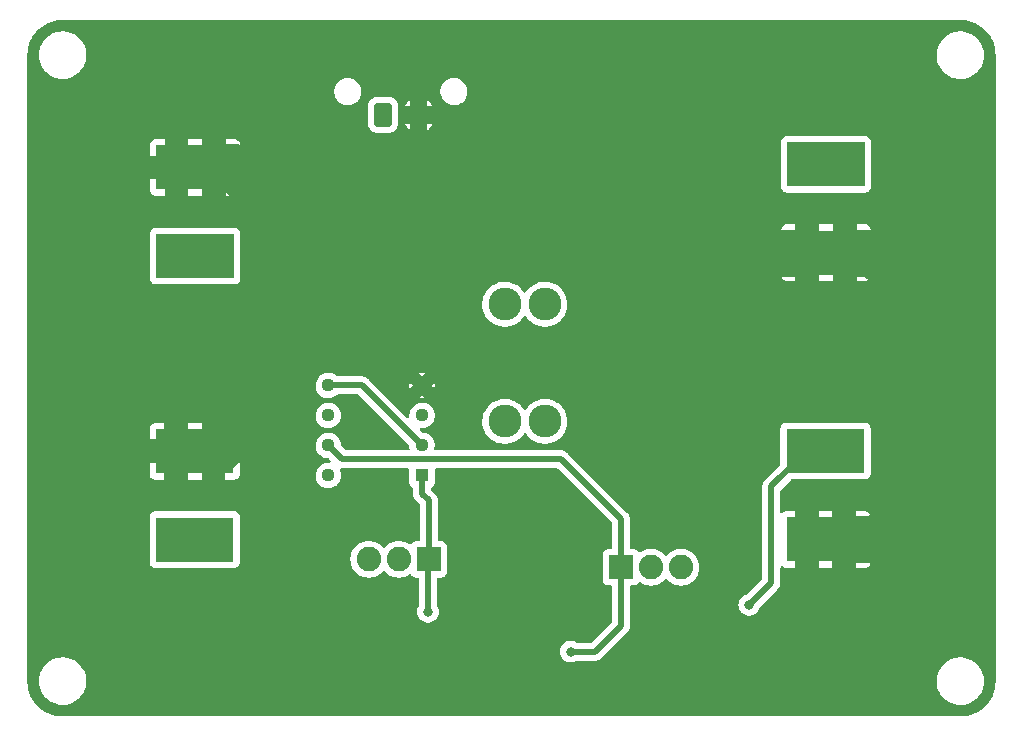
<source format=gbr>
G04 #@! TF.GenerationSoftware,KiCad,Pcbnew,(6.0.7)*
G04 #@! TF.CreationDate,2023-01-28T15:55:41-06:00*
G04 #@! TF.ProjectId,Power-Secondary,506f7765-722d-4536-9563-6f6e64617279,rev?*
G04 #@! TF.SameCoordinates,Original*
G04 #@! TF.FileFunction,Copper,L2,Bot*
G04 #@! TF.FilePolarity,Positive*
%FSLAX46Y46*%
G04 Gerber Fmt 4.6, Leading zero omitted, Abs format (unit mm)*
G04 Created by KiCad (PCBNEW (6.0.7)) date 2023-01-28 15:55:41*
%MOMM*%
%LPD*%
G01*
G04 APERTURE LIST*
G04 Aperture macros list*
%AMRoundRect*
0 Rectangle with rounded corners*
0 $1 Rounding radius*
0 $2 $3 $4 $5 $6 $7 $8 $9 X,Y pos of 4 corners*
0 Add a 4 corners polygon primitive as box body*
4,1,4,$2,$3,$4,$5,$6,$7,$8,$9,$2,$3,0*
0 Add four circle primitives for the rounded corners*
1,1,$1+$1,$2,$3*
1,1,$1+$1,$4,$5*
1,1,$1+$1,$6,$7*
1,1,$1+$1,$8,$9*
0 Add four rect primitives between the rounded corners*
20,1,$1+$1,$2,$3,$4,$5,0*
20,1,$1+$1,$4,$5,$6,$7,0*
20,1,$1+$1,$6,$7,$8,$9,0*
20,1,$1+$1,$8,$9,$2,$3,0*%
G04 Aperture macros list end*
G04 #@! TA.AperFunction,ComponentPad*
%ADD10R,3.430000X3.780000*%
G04 #@! TD*
G04 #@! TA.AperFunction,ComponentPad*
%ADD11C,2.780000*%
G04 #@! TD*
G04 #@! TA.AperFunction,ComponentPad*
%ADD12R,2.085000X2.085000*%
G04 #@! TD*
G04 #@! TA.AperFunction,ComponentPad*
%ADD13C,2.085000*%
G04 #@! TD*
G04 #@! TA.AperFunction,ComponentPad*
%ADD14O,1.500000X2.020000*%
G04 #@! TD*
G04 #@! TA.AperFunction,ComponentPad*
%ADD15RoundRect,0.250001X-0.499999X-0.759999X0.499999X-0.759999X0.499999X0.759999X-0.499999X0.759999X0*%
G04 #@! TD*
G04 #@! TA.AperFunction,ComponentPad*
%ADD16R,1.130000X1.130000*%
G04 #@! TD*
G04 #@! TA.AperFunction,ComponentPad*
%ADD17C,1.130000*%
G04 #@! TD*
G04 #@! TA.AperFunction,ViaPad*
%ADD18C,0.800000*%
G04 #@! TD*
G04 #@! TA.AperFunction,Conductor*
%ADD19C,4.000000*%
G04 #@! TD*
G04 #@! TA.AperFunction,Conductor*
%ADD20C,0.500000*%
G04 #@! TD*
G04 APERTURE END LIST*
D10*
X172910000Y-80195000D03*
X176090000Y-80195000D03*
X176090000Y-87685000D03*
X172910000Y-87685000D03*
X119460000Y-111980000D03*
X122640000Y-111980000D03*
X122640000Y-104490000D03*
X119460000Y-104490000D03*
X176050000Y-104470000D03*
X172870000Y-104470000D03*
X172870000Y-111960000D03*
X176050000Y-111960000D03*
D11*
X150700000Y-92040000D03*
X147300000Y-92040000D03*
X150700000Y-101960000D03*
X147300000Y-101960000D03*
D12*
X140870000Y-113640000D03*
D13*
X138330000Y-113640000D03*
X135790000Y-113640000D03*
D14*
X140000000Y-76000000D03*
D15*
X137000000Y-76000000D03*
D12*
X157140000Y-114310000D03*
D13*
X159680000Y-114310000D03*
X162220000Y-114310000D03*
D10*
X122680000Y-87960000D03*
X119500000Y-87960000D03*
X119500000Y-80470000D03*
X122680000Y-80470000D03*
D16*
X140300000Y-106545000D03*
D17*
X140300000Y-104005000D03*
X140300000Y-101465000D03*
X140300000Y-98925000D03*
X132360000Y-98925000D03*
X132360000Y-101465000D03*
X132360000Y-104005000D03*
X132360000Y-106545000D03*
D18*
X165500000Y-85000000D03*
X168000000Y-117500000D03*
X140800000Y-118090000D03*
X152870000Y-121460000D03*
D19*
X122840000Y-104490000D02*
X122640000Y-104490000D01*
D20*
X140000000Y-85780000D02*
X138095000Y-87685000D01*
D19*
X128370000Y-84460000D02*
X128370000Y-87960000D01*
X181870000Y-90960000D02*
X181870000Y-108960000D01*
D20*
X139370000Y-88960000D02*
X138095000Y-87685000D01*
D19*
X181870000Y-108960000D02*
X178870000Y-111960000D01*
D20*
X165500000Y-85000000D02*
X165500000Y-86330000D01*
X165500000Y-86330000D02*
X164145000Y-87685000D01*
D19*
X128370000Y-98960000D02*
X122840000Y-104490000D01*
X124380000Y-80470000D02*
X128370000Y-84460000D01*
X164145000Y-87685000D02*
X138095000Y-87685000D01*
X122680000Y-80470000D02*
X124380000Y-80470000D01*
X135145000Y-87685000D02*
X128645000Y-87685000D01*
X128645000Y-87685000D02*
X128370000Y-87960000D01*
X138095000Y-87685000D02*
X135145000Y-87685000D01*
X176090000Y-87685000D02*
X178595000Y-87685000D01*
X128370000Y-87960000D02*
X128370000Y-98960000D01*
D20*
X140000000Y-76000000D02*
X140000000Y-85780000D01*
D19*
X172910000Y-87685000D02*
X164145000Y-87685000D01*
D20*
X136370000Y-86460000D02*
X135145000Y-87685000D01*
D19*
X178595000Y-87685000D02*
X181870000Y-90960000D01*
X178870000Y-111960000D02*
X176050000Y-111960000D01*
D20*
X169870000Y-107470000D02*
X172870000Y-104470000D01*
X169870000Y-115630000D02*
X169870000Y-107470000D01*
X168000000Y-117500000D02*
X169870000Y-115630000D01*
X140800000Y-118090000D02*
X140800000Y-113710000D01*
X140870000Y-108660000D02*
X140870000Y-113640000D01*
X140800000Y-113710000D02*
X140870000Y-113640000D01*
X140300000Y-106545000D02*
X140300000Y-108090000D01*
X140300000Y-108090000D02*
X140870000Y-108660000D01*
X157140000Y-110230000D02*
X157140000Y-114310000D01*
X152100000Y-105190000D02*
X157140000Y-110230000D01*
X152870000Y-121460000D02*
X154940000Y-121460000D01*
X154940000Y-121460000D02*
X157140000Y-119260000D01*
X157140000Y-114310000D02*
X157140000Y-119260000D01*
X132360000Y-104005000D02*
X133545000Y-105190000D01*
X133545000Y-105190000D02*
X152100000Y-105190000D01*
X132360000Y-98925000D02*
X135220000Y-98925000D01*
X135220000Y-98925000D02*
X140300000Y-104005000D01*
G04 #@! TA.AperFunction,Conductor*
G36*
X185840018Y-67970000D02*
G01*
X185854851Y-67972310D01*
X185854855Y-67972310D01*
X185863724Y-67973691D01*
X185882436Y-67971244D01*
X185905366Y-67970353D01*
X186176103Y-67984542D01*
X186189209Y-67985919D01*
X186404134Y-68019960D01*
X186485445Y-68032838D01*
X186498345Y-68035580D01*
X186643196Y-68074393D01*
X186788052Y-68113207D01*
X186800586Y-68117279D01*
X187080587Y-68224762D01*
X187092635Y-68230126D01*
X187359870Y-68366289D01*
X187371286Y-68372880D01*
X187622832Y-68536236D01*
X187633495Y-68543984D01*
X187866573Y-68732727D01*
X187876374Y-68741552D01*
X188088448Y-68953626D01*
X188097273Y-68963427D01*
X188226277Y-69122733D01*
X188286016Y-69196505D01*
X188293764Y-69207168D01*
X188457117Y-69458709D01*
X188463711Y-69470130D01*
X188599874Y-69737365D01*
X188605237Y-69749412D01*
X188685020Y-69957250D01*
X188712719Y-70029409D01*
X188716795Y-70041953D01*
X188794420Y-70331655D01*
X188797162Y-70344555D01*
X188839264Y-70610376D01*
X188844080Y-70640785D01*
X188845458Y-70653902D01*
X188859262Y-70917299D01*
X188857935Y-70943276D01*
X188857691Y-70944846D01*
X188857691Y-70944850D01*
X188856309Y-70953724D01*
X188857473Y-70962626D01*
X188857473Y-70962628D01*
X188860436Y-70985283D01*
X188861500Y-71001621D01*
X188861500Y-123910633D01*
X188860000Y-123930018D01*
X188857690Y-123944851D01*
X188857690Y-123944855D01*
X188856309Y-123953724D01*
X188858135Y-123967683D01*
X188858756Y-123972433D01*
X188859647Y-123995366D01*
X188850244Y-124174788D01*
X188845458Y-124266099D01*
X188844081Y-124279209D01*
X188817492Y-124447087D01*
X188797162Y-124575445D01*
X188794420Y-124588345D01*
X188716795Y-124878047D01*
X188712721Y-124890586D01*
X188682103Y-124970347D01*
X188605238Y-125170587D01*
X188599874Y-125182635D01*
X188463711Y-125449870D01*
X188457120Y-125461286D01*
X188293764Y-125712832D01*
X188286018Y-125723492D01*
X188224600Y-125799337D01*
X188097273Y-125956573D01*
X188088448Y-125966374D01*
X187876374Y-126178448D01*
X187866573Y-126187273D01*
X187633495Y-126376016D01*
X187622832Y-126383764D01*
X187371286Y-126547120D01*
X187359870Y-126553711D01*
X187092635Y-126689874D01*
X187080588Y-126695237D01*
X186800586Y-126802721D01*
X186788052Y-126806793D01*
X186643196Y-126845607D01*
X186498345Y-126884420D01*
X186485445Y-126887162D01*
X186404134Y-126900040D01*
X186189209Y-126934081D01*
X186176101Y-126935458D01*
X186100937Y-126939397D01*
X185912701Y-126949262D01*
X185886724Y-126947935D01*
X185885154Y-126947691D01*
X185885150Y-126947691D01*
X185876276Y-126946309D01*
X185867374Y-126947473D01*
X185867372Y-126947473D01*
X185852323Y-126949441D01*
X185844714Y-126950436D01*
X185828379Y-126951500D01*
X109919367Y-126951500D01*
X109899982Y-126950000D01*
X109885149Y-126947690D01*
X109885145Y-126947690D01*
X109876276Y-126946309D01*
X109857564Y-126948756D01*
X109834634Y-126949647D01*
X109563897Y-126935458D01*
X109550791Y-126934081D01*
X109335866Y-126900040D01*
X109254555Y-126887162D01*
X109241655Y-126884420D01*
X109096804Y-126845607D01*
X108951948Y-126806793D01*
X108939414Y-126802721D01*
X108659412Y-126695237D01*
X108647365Y-126689874D01*
X108380130Y-126553711D01*
X108368714Y-126547120D01*
X108117168Y-126383764D01*
X108106505Y-126376016D01*
X107873427Y-126187273D01*
X107863626Y-126178448D01*
X107651552Y-125966374D01*
X107642727Y-125956573D01*
X107515400Y-125799337D01*
X107453982Y-125723492D01*
X107446236Y-125712832D01*
X107282880Y-125461286D01*
X107276289Y-125449870D01*
X107140126Y-125182635D01*
X107134762Y-125170587D01*
X107057897Y-124970347D01*
X107027279Y-124890586D01*
X107023205Y-124878047D01*
X106945580Y-124588345D01*
X106942838Y-124575445D01*
X106922508Y-124447087D01*
X106895919Y-124279209D01*
X106894542Y-124266098D01*
X106880932Y-124006410D01*
X106882505Y-123978915D01*
X106883576Y-123972552D01*
X106883729Y-123960000D01*
X106879773Y-123932376D01*
X106878500Y-123914514D01*
X106878500Y-123889733D01*
X107857822Y-123889733D01*
X107857975Y-123894121D01*
X107857975Y-123894127D01*
X107861511Y-123995368D01*
X107867625Y-124170458D01*
X107868387Y-124174781D01*
X107868388Y-124174788D01*
X107892164Y-124309624D01*
X107916402Y-124447087D01*
X108003203Y-124714235D01*
X108126340Y-124966702D01*
X108128795Y-124970341D01*
X108128798Y-124970347D01*
X108188022Y-125058150D01*
X108283415Y-125199576D01*
X108471371Y-125408322D01*
X108686550Y-125588879D01*
X108924764Y-125737731D01*
X109181375Y-125851982D01*
X109451390Y-125929407D01*
X109455740Y-125930018D01*
X109455743Y-125930019D01*
X109558690Y-125944487D01*
X109729552Y-125968500D01*
X109940146Y-125968500D01*
X109942332Y-125968347D01*
X109942336Y-125968347D01*
X110145827Y-125954118D01*
X110145832Y-125954117D01*
X110150212Y-125953811D01*
X110424970Y-125895409D01*
X110429099Y-125893906D01*
X110429103Y-125893905D01*
X110684781Y-125800846D01*
X110684785Y-125800844D01*
X110688926Y-125799337D01*
X110936942Y-125667464D01*
X111041896Y-125591211D01*
X111160629Y-125504947D01*
X111160632Y-125504944D01*
X111164192Y-125502358D01*
X111366252Y-125307231D01*
X111539188Y-125085882D01*
X111541384Y-125082078D01*
X111541389Y-125082071D01*
X111677435Y-124846431D01*
X111679636Y-124842619D01*
X111784862Y-124582176D01*
X111818544Y-124447087D01*
X111851753Y-124313893D01*
X111851754Y-124313888D01*
X111852817Y-124309624D01*
X111882178Y-124030267D01*
X111881345Y-124006410D01*
X111877271Y-123889733D01*
X183857822Y-123889733D01*
X183857975Y-123894121D01*
X183857975Y-123894127D01*
X183861511Y-123995368D01*
X183867625Y-124170458D01*
X183868387Y-124174781D01*
X183868388Y-124174788D01*
X183892164Y-124309624D01*
X183916402Y-124447087D01*
X184003203Y-124714235D01*
X184126340Y-124966702D01*
X184128795Y-124970341D01*
X184128798Y-124970347D01*
X184188022Y-125058150D01*
X184283415Y-125199576D01*
X184471371Y-125408322D01*
X184686550Y-125588879D01*
X184924764Y-125737731D01*
X185181375Y-125851982D01*
X185451390Y-125929407D01*
X185455740Y-125930018D01*
X185455743Y-125930019D01*
X185558690Y-125944487D01*
X185729552Y-125968500D01*
X185940146Y-125968500D01*
X185942332Y-125968347D01*
X185942336Y-125968347D01*
X186145827Y-125954118D01*
X186145832Y-125954117D01*
X186150212Y-125953811D01*
X186424970Y-125895409D01*
X186429099Y-125893906D01*
X186429103Y-125893905D01*
X186684781Y-125800846D01*
X186684785Y-125800844D01*
X186688926Y-125799337D01*
X186936942Y-125667464D01*
X187041896Y-125591211D01*
X187160629Y-125504947D01*
X187160632Y-125504944D01*
X187164192Y-125502358D01*
X187366252Y-125307231D01*
X187539188Y-125085882D01*
X187541384Y-125082078D01*
X187541389Y-125082071D01*
X187677435Y-124846431D01*
X187679636Y-124842619D01*
X187784862Y-124582176D01*
X187818544Y-124447087D01*
X187851753Y-124313893D01*
X187851754Y-124313888D01*
X187852817Y-124309624D01*
X187882178Y-124030267D01*
X187881345Y-124006410D01*
X187872529Y-123753939D01*
X187872528Y-123753933D01*
X187872375Y-123749542D01*
X187848608Y-123614749D01*
X187824360Y-123477236D01*
X187823598Y-123472913D01*
X187736797Y-123205765D01*
X187613660Y-122953298D01*
X187611205Y-122949659D01*
X187611202Y-122949653D01*
X187530935Y-122830653D01*
X187456585Y-122720424D01*
X187268629Y-122511678D01*
X187053450Y-122331121D01*
X186815236Y-122182269D01*
X186558625Y-122068018D01*
X186288610Y-121990593D01*
X186284260Y-121989982D01*
X186284257Y-121989981D01*
X186181310Y-121975513D01*
X186010448Y-121951500D01*
X185799854Y-121951500D01*
X185797668Y-121951653D01*
X185797664Y-121951653D01*
X185594173Y-121965882D01*
X185594168Y-121965883D01*
X185589788Y-121966189D01*
X185315030Y-122024591D01*
X185310901Y-122026094D01*
X185310897Y-122026095D01*
X185055219Y-122119154D01*
X185055215Y-122119156D01*
X185051074Y-122120663D01*
X184803058Y-122252536D01*
X184799499Y-122255122D01*
X184799497Y-122255123D01*
X184645335Y-122367128D01*
X184575808Y-122417642D01*
X184373748Y-122612769D01*
X184200812Y-122834118D01*
X184198616Y-122837922D01*
X184198611Y-122837929D01*
X184084794Y-123035067D01*
X184060364Y-123077381D01*
X183955138Y-123337824D01*
X183954073Y-123342097D01*
X183954072Y-123342099D01*
X183920379Y-123477236D01*
X183887183Y-123610376D01*
X183857822Y-123889733D01*
X111877271Y-123889733D01*
X111872529Y-123753939D01*
X111872528Y-123753933D01*
X111872375Y-123749542D01*
X111848608Y-123614749D01*
X111824360Y-123477236D01*
X111823598Y-123472913D01*
X111736797Y-123205765D01*
X111613660Y-122953298D01*
X111611205Y-122949659D01*
X111611202Y-122949653D01*
X111530935Y-122830653D01*
X111456585Y-122720424D01*
X111268629Y-122511678D01*
X111053450Y-122331121D01*
X110815236Y-122182269D01*
X110558625Y-122068018D01*
X110288610Y-121990593D01*
X110284260Y-121989982D01*
X110284257Y-121989981D01*
X110181310Y-121975513D01*
X110010448Y-121951500D01*
X109799854Y-121951500D01*
X109797668Y-121951653D01*
X109797664Y-121951653D01*
X109594173Y-121965882D01*
X109594168Y-121965883D01*
X109589788Y-121966189D01*
X109315030Y-122024591D01*
X109310901Y-122026094D01*
X109310897Y-122026095D01*
X109055219Y-122119154D01*
X109055215Y-122119156D01*
X109051074Y-122120663D01*
X108803058Y-122252536D01*
X108799499Y-122255122D01*
X108799497Y-122255123D01*
X108645335Y-122367128D01*
X108575808Y-122417642D01*
X108373748Y-122612769D01*
X108200812Y-122834118D01*
X108198616Y-122837922D01*
X108198611Y-122837929D01*
X108084794Y-123035067D01*
X108060364Y-123077381D01*
X107955138Y-123337824D01*
X107954073Y-123342097D01*
X107954072Y-123342099D01*
X107920379Y-123477236D01*
X107887183Y-123610376D01*
X107857822Y-123889733D01*
X106878500Y-123889733D01*
X106878500Y-113918134D01*
X117236500Y-113918134D01*
X117243255Y-113980316D01*
X117294385Y-114116705D01*
X117381739Y-114233261D01*
X117498295Y-114320615D01*
X117634684Y-114371745D01*
X117696866Y-114378500D01*
X124403134Y-114378500D01*
X124465316Y-114371745D01*
X124601705Y-114320615D01*
X124718261Y-114233261D01*
X124805615Y-114116705D01*
X124856745Y-113980316D01*
X124863500Y-113918134D01*
X124863500Y-110041866D01*
X124856745Y-109979684D01*
X124805615Y-109843295D01*
X124718261Y-109726739D01*
X124601705Y-109639385D01*
X124465316Y-109588255D01*
X124403134Y-109581500D01*
X117696866Y-109581500D01*
X117634684Y-109588255D01*
X117498295Y-109639385D01*
X117381739Y-109726739D01*
X117294385Y-109843295D01*
X117243255Y-109979684D01*
X117236500Y-110041866D01*
X117236500Y-113918134D01*
X106878500Y-113918134D01*
X106878500Y-106424669D01*
X117237001Y-106424669D01*
X117237371Y-106431490D01*
X117242895Y-106482352D01*
X117246521Y-106497604D01*
X117291676Y-106618054D01*
X117300214Y-106633649D01*
X117376715Y-106735724D01*
X117389276Y-106748285D01*
X117491351Y-106824786D01*
X117506946Y-106833324D01*
X117627394Y-106878478D01*
X117642649Y-106882105D01*
X117693514Y-106887631D01*
X117700328Y-106888000D01*
X118441885Y-106888000D01*
X118457124Y-106883525D01*
X118458329Y-106882135D01*
X118460000Y-106874452D01*
X118460000Y-106869884D01*
X120460000Y-106869884D01*
X120464475Y-106885123D01*
X120465865Y-106886328D01*
X120473548Y-106887999D01*
X120876895Y-106887999D01*
X120876927Y-106888000D01*
X121621885Y-106888000D01*
X121637124Y-106883525D01*
X121638329Y-106882135D01*
X121640000Y-106874452D01*
X121640000Y-106869884D01*
X123640000Y-106869884D01*
X123644475Y-106885123D01*
X123645865Y-106886328D01*
X123653548Y-106887999D01*
X124399669Y-106887999D01*
X124406490Y-106887629D01*
X124457352Y-106882105D01*
X124472604Y-106878479D01*
X124593054Y-106833324D01*
X124608649Y-106824786D01*
X124710724Y-106748285D01*
X124723285Y-106735724D01*
X124799786Y-106633649D01*
X124808324Y-106618054D01*
X124846290Y-106516779D01*
X131282270Y-106516779D01*
X131295174Y-106713652D01*
X131343739Y-106904877D01*
X131426339Y-107084049D01*
X131540207Y-107245169D01*
X131544341Y-107249196D01*
X131668509Y-107370155D01*
X131681530Y-107382840D01*
X131686326Y-107386045D01*
X131686329Y-107386047D01*
X131751809Y-107429799D01*
X131845576Y-107492452D01*
X131850879Y-107494730D01*
X131850882Y-107494732D01*
X132004230Y-107560615D01*
X132026849Y-107570333D01*
X132120185Y-107591453D01*
X132213644Y-107612601D01*
X132213647Y-107612601D01*
X132219280Y-107613876D01*
X132225051Y-107614103D01*
X132225053Y-107614103D01*
X132284054Y-107616421D01*
X132416423Y-107621622D01*
X132531789Y-107604894D01*
X132605955Y-107594141D01*
X132605959Y-107594140D01*
X132611677Y-107593311D01*
X132617149Y-107591453D01*
X132617151Y-107591453D01*
X132793038Y-107531747D01*
X132793040Y-107531746D01*
X132798502Y-107529892D01*
X132970642Y-107433490D01*
X132999569Y-107409432D01*
X133117899Y-107311017D01*
X133122331Y-107307331D01*
X133248490Y-107155642D01*
X133344892Y-106983502D01*
X133350202Y-106967861D01*
X133406453Y-106802151D01*
X133406453Y-106802149D01*
X133408311Y-106796677D01*
X133436622Y-106601423D01*
X133438099Y-106545000D01*
X133420046Y-106348532D01*
X133410684Y-106315334D01*
X133368060Y-106164203D01*
X133368059Y-106164201D01*
X133366492Y-106158644D01*
X133356286Y-106137947D01*
X133352867Y-106131015D01*
X133340677Y-106061073D01*
X133368237Y-105995643D01*
X133426795Y-105955500D01*
X133474444Y-105950084D01*
X133477115Y-105950640D01*
X133554520Y-105948546D01*
X133557928Y-105948500D01*
X139100500Y-105948500D01*
X139168621Y-105968502D01*
X139215114Y-106022158D01*
X139226500Y-106074500D01*
X139226500Y-107158134D01*
X139233255Y-107220316D01*
X139284385Y-107356705D01*
X139371739Y-107473261D01*
X139449777Y-107531747D01*
X139488295Y-107560615D01*
X139486526Y-107562975D01*
X139526162Y-107602710D01*
X139541500Y-107662958D01*
X139541500Y-108022930D01*
X139540067Y-108041880D01*
X139536801Y-108063349D01*
X139537394Y-108070641D01*
X139537394Y-108070644D01*
X139541085Y-108116018D01*
X139541500Y-108126233D01*
X139541500Y-108134293D01*
X139541925Y-108137937D01*
X139544789Y-108162507D01*
X139545222Y-108166882D01*
X139551140Y-108239637D01*
X139553396Y-108246601D01*
X139554587Y-108252560D01*
X139555971Y-108258415D01*
X139556818Y-108265681D01*
X139581735Y-108334327D01*
X139583152Y-108338455D01*
X139605649Y-108407899D01*
X139609445Y-108414154D01*
X139611951Y-108419628D01*
X139614670Y-108425058D01*
X139617167Y-108431937D01*
X139621180Y-108438057D01*
X139621180Y-108438058D01*
X139657186Y-108492976D01*
X139659523Y-108496680D01*
X139697405Y-108559107D01*
X139701121Y-108563315D01*
X139701122Y-108563316D01*
X139704803Y-108567484D01*
X139704776Y-108567508D01*
X139707429Y-108570500D01*
X139710132Y-108573733D01*
X139714144Y-108579852D01*
X139722214Y-108587497D01*
X139770383Y-108633128D01*
X139772825Y-108635506D01*
X140074595Y-108937276D01*
X140108621Y-108999588D01*
X140111500Y-109026371D01*
X140111500Y-111963000D01*
X140091498Y-112031121D01*
X140037842Y-112077614D01*
X139985500Y-112089000D01*
X139779366Y-112089000D01*
X139717184Y-112095755D01*
X139580795Y-112146885D01*
X139464239Y-112234239D01*
X139458858Y-112241419D01*
X139458857Y-112241420D01*
X139388346Y-112335502D01*
X139331486Y-112378017D01*
X139260668Y-112383042D01*
X139221685Y-112367370D01*
X139040537Y-112256362D01*
X139036317Y-112253776D01*
X139031747Y-112251883D01*
X139031743Y-112251881D01*
X138815340Y-112162244D01*
X138815338Y-112162243D01*
X138810767Y-112160350D01*
X138727342Y-112140321D01*
X138578193Y-112104513D01*
X138578187Y-112104512D01*
X138573380Y-112103358D01*
X138330000Y-112084204D01*
X138086620Y-112103358D01*
X138081813Y-112104512D01*
X138081807Y-112104513D01*
X137932658Y-112140321D01*
X137849233Y-112160350D01*
X137844662Y-112162243D01*
X137844660Y-112162244D01*
X137628257Y-112251881D01*
X137628253Y-112251883D01*
X137623683Y-112253776D01*
X137415526Y-112381335D01*
X137229886Y-112539886D01*
X137226673Y-112543648D01*
X137155811Y-112626617D01*
X137096361Y-112665427D01*
X137025366Y-112665934D01*
X136964189Y-112626617D01*
X136893327Y-112543648D01*
X136890114Y-112539886D01*
X136704474Y-112381335D01*
X136496317Y-112253776D01*
X136491747Y-112251883D01*
X136491743Y-112251881D01*
X136275340Y-112162244D01*
X136275338Y-112162243D01*
X136270767Y-112160350D01*
X136187342Y-112140321D01*
X136038193Y-112104513D01*
X136038187Y-112104512D01*
X136033380Y-112103358D01*
X135790000Y-112084204D01*
X135546620Y-112103358D01*
X135541813Y-112104512D01*
X135541807Y-112104513D01*
X135392658Y-112140321D01*
X135309233Y-112160350D01*
X135304662Y-112162243D01*
X135304660Y-112162244D01*
X135088257Y-112251881D01*
X135088253Y-112251883D01*
X135083683Y-112253776D01*
X134875526Y-112381335D01*
X134689886Y-112539886D01*
X134531335Y-112725526D01*
X134403776Y-112933683D01*
X134401883Y-112938253D01*
X134401881Y-112938257D01*
X134314263Y-113149785D01*
X134310350Y-113159233D01*
X134309195Y-113164045D01*
X134254513Y-113391807D01*
X134254512Y-113391813D01*
X134253358Y-113396620D01*
X134234204Y-113640000D01*
X134253358Y-113883380D01*
X134254512Y-113888187D01*
X134254513Y-113888193D01*
X134273579Y-113967606D01*
X134310350Y-114120767D01*
X134312243Y-114125338D01*
X134312244Y-114125340D01*
X134385968Y-114303324D01*
X134403776Y-114346317D01*
X134531335Y-114554474D01*
X134689886Y-114740114D01*
X134875526Y-114898665D01*
X135083683Y-115026224D01*
X135088253Y-115028117D01*
X135088257Y-115028119D01*
X135304660Y-115117756D01*
X135309233Y-115119650D01*
X135378447Y-115136267D01*
X135541807Y-115175487D01*
X135541813Y-115175488D01*
X135546620Y-115176642D01*
X135790000Y-115195796D01*
X136033380Y-115176642D01*
X136038187Y-115175488D01*
X136038193Y-115175487D01*
X136201553Y-115136267D01*
X136270767Y-115119650D01*
X136275340Y-115117756D01*
X136491743Y-115028119D01*
X136491747Y-115028117D01*
X136496317Y-115026224D01*
X136704474Y-114898665D01*
X136890114Y-114740114D01*
X136964189Y-114653383D01*
X137023639Y-114614573D01*
X137094634Y-114614066D01*
X137155811Y-114653383D01*
X137229886Y-114740114D01*
X137415526Y-114898665D01*
X137623683Y-115026224D01*
X137628253Y-115028117D01*
X137628257Y-115028119D01*
X137844660Y-115117756D01*
X137849233Y-115119650D01*
X137918447Y-115136267D01*
X138081807Y-115175487D01*
X138081813Y-115175488D01*
X138086620Y-115176642D01*
X138330000Y-115195796D01*
X138573380Y-115176642D01*
X138578187Y-115175488D01*
X138578193Y-115175487D01*
X138741553Y-115136267D01*
X138810767Y-115119650D01*
X138815340Y-115117756D01*
X139031743Y-115028119D01*
X139031747Y-115028117D01*
X139036317Y-115026224D01*
X139221685Y-114912630D01*
X139290219Y-114894092D01*
X139357895Y-114915548D01*
X139388346Y-114944498D01*
X139447659Y-115023638D01*
X139464239Y-115045761D01*
X139580795Y-115133115D01*
X139717184Y-115184245D01*
X139779366Y-115191000D01*
X139915500Y-115191000D01*
X139983621Y-115211002D01*
X140030114Y-115264658D01*
X140041500Y-115317000D01*
X140041500Y-117553001D01*
X140024619Y-117616000D01*
X139965473Y-117718444D01*
X139906458Y-117900072D01*
X139886496Y-118090000D01*
X139906458Y-118279928D01*
X139965473Y-118461556D01*
X140060960Y-118626944D01*
X140188747Y-118768866D01*
X140343248Y-118881118D01*
X140349276Y-118883802D01*
X140349278Y-118883803D01*
X140511681Y-118956109D01*
X140517712Y-118958794D01*
X140611112Y-118978647D01*
X140698056Y-118997128D01*
X140698061Y-118997128D01*
X140704513Y-118998500D01*
X140895487Y-118998500D01*
X140901939Y-118997128D01*
X140901944Y-118997128D01*
X140988888Y-118978647D01*
X141082288Y-118958794D01*
X141088319Y-118956109D01*
X141250722Y-118883803D01*
X141250724Y-118883802D01*
X141256752Y-118881118D01*
X141411253Y-118768866D01*
X141539040Y-118626944D01*
X141634527Y-118461556D01*
X141693542Y-118279928D01*
X141713504Y-118090000D01*
X141693542Y-117900072D01*
X141634527Y-117718444D01*
X141575381Y-117616000D01*
X141558500Y-117553001D01*
X141558500Y-115317000D01*
X141578502Y-115248879D01*
X141632158Y-115202386D01*
X141684500Y-115191000D01*
X141960634Y-115191000D01*
X142022816Y-115184245D01*
X142159205Y-115133115D01*
X142275761Y-115045761D01*
X142363115Y-114929205D01*
X142414245Y-114792816D01*
X142421000Y-114730634D01*
X142421000Y-112549366D01*
X142414245Y-112487184D01*
X142363115Y-112350795D01*
X142275761Y-112234239D01*
X142159205Y-112146885D01*
X142022816Y-112095755D01*
X141960634Y-112089000D01*
X141754500Y-112089000D01*
X141686379Y-112068998D01*
X141639886Y-112015342D01*
X141628500Y-111963000D01*
X141628500Y-108727070D01*
X141629933Y-108708120D01*
X141632099Y-108693885D01*
X141632099Y-108693881D01*
X141633199Y-108686651D01*
X141628915Y-108633982D01*
X141628500Y-108623767D01*
X141628500Y-108615707D01*
X141625209Y-108587480D01*
X141624778Y-108583121D01*
X141623797Y-108571062D01*
X141618860Y-108510364D01*
X141616605Y-108503403D01*
X141615418Y-108497463D01*
X141614029Y-108491588D01*
X141613182Y-108484319D01*
X141588264Y-108415670D01*
X141586847Y-108411542D01*
X141566607Y-108349064D01*
X141566606Y-108349062D01*
X141564351Y-108342101D01*
X141560555Y-108335846D01*
X141558049Y-108330372D01*
X141555330Y-108324942D01*
X141552833Y-108318063D01*
X141512814Y-108257024D01*
X141510467Y-108253305D01*
X141510015Y-108252560D01*
X141472595Y-108190893D01*
X141465197Y-108182516D01*
X141465224Y-108182492D01*
X141462571Y-108179500D01*
X141459868Y-108176267D01*
X141455856Y-108170148D01*
X141399617Y-108116872D01*
X141397175Y-108114494D01*
X141095405Y-107812724D01*
X141061379Y-107750412D01*
X141058500Y-107723629D01*
X141058500Y-107662958D01*
X141078502Y-107594837D01*
X141113148Y-107562540D01*
X141111705Y-107560615D01*
X141150223Y-107531747D01*
X141228261Y-107473261D01*
X141315615Y-107356705D01*
X141366745Y-107220316D01*
X141373500Y-107158134D01*
X141373500Y-106074500D01*
X141393502Y-106006379D01*
X141447158Y-105959886D01*
X141499500Y-105948500D01*
X151733629Y-105948500D01*
X151801750Y-105968502D01*
X151822724Y-105985405D01*
X156344595Y-110507276D01*
X156378621Y-110569588D01*
X156381500Y-110596371D01*
X156381500Y-112633000D01*
X156361498Y-112701121D01*
X156307842Y-112747614D01*
X156255500Y-112759000D01*
X156049366Y-112759000D01*
X155987184Y-112765755D01*
X155850795Y-112816885D01*
X155734239Y-112904239D01*
X155646885Y-113020795D01*
X155595755Y-113157184D01*
X155589000Y-113219366D01*
X155589000Y-115400634D01*
X155595755Y-115462816D01*
X155646885Y-115599205D01*
X155734239Y-115715761D01*
X155850795Y-115803115D01*
X155987184Y-115854245D01*
X156049366Y-115861000D01*
X156255500Y-115861000D01*
X156323621Y-115881002D01*
X156370114Y-115934658D01*
X156381500Y-115987000D01*
X156381500Y-118893629D01*
X156361498Y-118961750D01*
X156344595Y-118982724D01*
X154662724Y-120664595D01*
X154600412Y-120698621D01*
X154573629Y-120701500D01*
X153412587Y-120701500D01*
X153338528Y-120677437D01*
X153332098Y-120672765D01*
X153332091Y-120672761D01*
X153326752Y-120668882D01*
X153320724Y-120666198D01*
X153320722Y-120666197D01*
X153158319Y-120593891D01*
X153158318Y-120593891D01*
X153152288Y-120591206D01*
X153058887Y-120571353D01*
X152971944Y-120552872D01*
X152971939Y-120552872D01*
X152965487Y-120551500D01*
X152774513Y-120551500D01*
X152768061Y-120552872D01*
X152768056Y-120552872D01*
X152681113Y-120571353D01*
X152587712Y-120591206D01*
X152581682Y-120593891D01*
X152581681Y-120593891D01*
X152419278Y-120666197D01*
X152419276Y-120666198D01*
X152413248Y-120668882D01*
X152407907Y-120672762D01*
X152407906Y-120672763D01*
X152401473Y-120677437D01*
X152258747Y-120781134D01*
X152130960Y-120923056D01*
X152035473Y-121088444D01*
X151976458Y-121270072D01*
X151956496Y-121460000D01*
X151976458Y-121649928D01*
X152035473Y-121831556D01*
X152130960Y-121996944D01*
X152135378Y-122001851D01*
X152135379Y-122001852D01*
X152226286Y-122102814D01*
X152258747Y-122138866D01*
X152311025Y-122176848D01*
X152407904Y-122247235D01*
X152413248Y-122251118D01*
X152419276Y-122253802D01*
X152419278Y-122253803D01*
X152422243Y-122255123D01*
X152587712Y-122328794D01*
X152681112Y-122348647D01*
X152768056Y-122367128D01*
X152768061Y-122367128D01*
X152774513Y-122368500D01*
X152965487Y-122368500D01*
X152971939Y-122367128D01*
X152971944Y-122367128D01*
X153058888Y-122348647D01*
X153152288Y-122328794D01*
X153317757Y-122255123D01*
X153320722Y-122253803D01*
X153320724Y-122253802D01*
X153326752Y-122251118D01*
X153332091Y-122247239D01*
X153332098Y-122247235D01*
X153338528Y-122242563D01*
X153412587Y-122218500D01*
X154872930Y-122218500D01*
X154891880Y-122219933D01*
X154906115Y-122222099D01*
X154906119Y-122222099D01*
X154913349Y-122223199D01*
X154920641Y-122222606D01*
X154920644Y-122222606D01*
X154966018Y-122218915D01*
X154976233Y-122218500D01*
X154984293Y-122218500D01*
X154997583Y-122216951D01*
X155012507Y-122215211D01*
X155016882Y-122214778D01*
X155082339Y-122209454D01*
X155082342Y-122209453D01*
X155089637Y-122208860D01*
X155096601Y-122206604D01*
X155102560Y-122205413D01*
X155108415Y-122204029D01*
X155115681Y-122203182D01*
X155184327Y-122178265D01*
X155188455Y-122176848D01*
X155250936Y-122156607D01*
X155250938Y-122156606D01*
X155257899Y-122154351D01*
X155264154Y-122150555D01*
X155269628Y-122148049D01*
X155275058Y-122145330D01*
X155281937Y-122142833D01*
X155295478Y-122133955D01*
X155342976Y-122102814D01*
X155346680Y-122100477D01*
X155409107Y-122062595D01*
X155417484Y-122055197D01*
X155417508Y-122055224D01*
X155420500Y-122052571D01*
X155423733Y-122049868D01*
X155429852Y-122045856D01*
X155483128Y-121989617D01*
X155485506Y-121987175D01*
X157628907Y-119843773D01*
X157643319Y-119831387D01*
X157654917Y-119822851D01*
X157654919Y-119822850D01*
X157660818Y-119818508D01*
X157665557Y-119812930D01*
X157665560Y-119812927D01*
X157695041Y-119778225D01*
X157701971Y-119770709D01*
X157707660Y-119765020D01*
X157709918Y-119762166D01*
X157709927Y-119762156D01*
X157725274Y-119742758D01*
X157728062Y-119739358D01*
X157770595Y-119689293D01*
X157770598Y-119689289D01*
X157775333Y-119683715D01*
X157778660Y-119677200D01*
X157782019Y-119672163D01*
X157785192Y-119667025D01*
X157789734Y-119661284D01*
X157820655Y-119595125D01*
X157822561Y-119591225D01*
X157855769Y-119526192D01*
X157857508Y-119519083D01*
X157859604Y-119513449D01*
X157861523Y-119507679D01*
X157864622Y-119501050D01*
X157879491Y-119429565D01*
X157880461Y-119425282D01*
X157896473Y-119359844D01*
X157897808Y-119354390D01*
X157898500Y-119343236D01*
X157898535Y-119343238D01*
X157898775Y-119339266D01*
X157899152Y-119335045D01*
X157900641Y-119327885D01*
X157898546Y-119250458D01*
X157898500Y-119247050D01*
X157898500Y-117500000D01*
X167086496Y-117500000D01*
X167106458Y-117689928D01*
X167165473Y-117871556D01*
X167260960Y-118036944D01*
X167265378Y-118041851D01*
X167265379Y-118041852D01*
X167308732Y-118090000D01*
X167388747Y-118178866D01*
X167543248Y-118291118D01*
X167549276Y-118293802D01*
X167549278Y-118293803D01*
X167711681Y-118366109D01*
X167717712Y-118368794D01*
X167811113Y-118388647D01*
X167898056Y-118407128D01*
X167898061Y-118407128D01*
X167904513Y-118408500D01*
X168095487Y-118408500D01*
X168101939Y-118407128D01*
X168101944Y-118407128D01*
X168188887Y-118388647D01*
X168282288Y-118368794D01*
X168288319Y-118366109D01*
X168450722Y-118293803D01*
X168450724Y-118293802D01*
X168456752Y-118291118D01*
X168611253Y-118178866D01*
X168691268Y-118090000D01*
X168734621Y-118041852D01*
X168734622Y-118041851D01*
X168739040Y-118036944D01*
X168834527Y-117871556D01*
X168889387Y-117702714D01*
X168920125Y-117652556D01*
X170358911Y-116213770D01*
X170373323Y-116201384D01*
X170384918Y-116192851D01*
X170384923Y-116192846D01*
X170390818Y-116188508D01*
X170395557Y-116182930D01*
X170395560Y-116182927D01*
X170425035Y-116148232D01*
X170431965Y-116140716D01*
X170437660Y-116135021D01*
X170455281Y-116112749D01*
X170458072Y-116109345D01*
X170500591Y-116059297D01*
X170500592Y-116059295D01*
X170505333Y-116053715D01*
X170508661Y-116047199D01*
X170512028Y-116042150D01*
X170515195Y-116037021D01*
X170519734Y-116031284D01*
X170550655Y-115965125D01*
X170552561Y-115961225D01*
X170574184Y-115918879D01*
X170585769Y-115896192D01*
X170587508Y-115889084D01*
X170589607Y-115883441D01*
X170591524Y-115877678D01*
X170594622Y-115871050D01*
X170598118Y-115854245D01*
X170609486Y-115799588D01*
X170610457Y-115795299D01*
X170626473Y-115729845D01*
X170627808Y-115724390D01*
X170628500Y-115713236D01*
X170628536Y-115713238D01*
X170628775Y-115709245D01*
X170629149Y-115705053D01*
X170630640Y-115697885D01*
X170628546Y-115620479D01*
X170628500Y-115617072D01*
X170628500Y-114342186D01*
X170648502Y-114274065D01*
X170702158Y-114227572D01*
X170772432Y-114217468D01*
X170830065Y-114241360D01*
X170901351Y-114294786D01*
X170916946Y-114303324D01*
X171037394Y-114348478D01*
X171052649Y-114352105D01*
X171103514Y-114357631D01*
X171110328Y-114358000D01*
X171851885Y-114358000D01*
X171867124Y-114353525D01*
X171868329Y-114352135D01*
X171870000Y-114344452D01*
X171870000Y-114339884D01*
X173870000Y-114339884D01*
X173874475Y-114355123D01*
X173875865Y-114356328D01*
X173883548Y-114357999D01*
X174286895Y-114357999D01*
X174286927Y-114358000D01*
X175031885Y-114358000D01*
X175047124Y-114353525D01*
X175048329Y-114352135D01*
X175050000Y-114344452D01*
X175050000Y-114339884D01*
X177050000Y-114339884D01*
X177054475Y-114355123D01*
X177055865Y-114356328D01*
X177063548Y-114357999D01*
X177809669Y-114357999D01*
X177816490Y-114357629D01*
X177867352Y-114352105D01*
X177882604Y-114348479D01*
X178003054Y-114303324D01*
X178018649Y-114294786D01*
X178120724Y-114218285D01*
X178133285Y-114205724D01*
X178209786Y-114103649D01*
X178218324Y-114088054D01*
X178263478Y-113967606D01*
X178267105Y-113952351D01*
X178272631Y-113901486D01*
X178273000Y-113894672D01*
X178273000Y-112978115D01*
X178268525Y-112962876D01*
X178267135Y-112961671D01*
X178259452Y-112960000D01*
X177068115Y-112960000D01*
X177052876Y-112964475D01*
X177051671Y-112965865D01*
X177050000Y-112973548D01*
X177050000Y-114339884D01*
X175050000Y-114339884D01*
X175050000Y-112978115D01*
X175045525Y-112962876D01*
X175044135Y-112961671D01*
X175036452Y-112960000D01*
X173888115Y-112960000D01*
X173872876Y-112964475D01*
X173871671Y-112965865D01*
X173870000Y-112973548D01*
X173870000Y-114339884D01*
X171870000Y-114339884D01*
X171870000Y-110941885D01*
X173870000Y-110941885D01*
X173874475Y-110957124D01*
X173875865Y-110958329D01*
X173883548Y-110960000D01*
X175031885Y-110960000D01*
X175047124Y-110955525D01*
X175048329Y-110954135D01*
X175050000Y-110946452D01*
X175050000Y-110941885D01*
X177050000Y-110941885D01*
X177054475Y-110957124D01*
X177055865Y-110958329D01*
X177063548Y-110960000D01*
X178254884Y-110960000D01*
X178270123Y-110955525D01*
X178271328Y-110954135D01*
X178272999Y-110946452D01*
X178272999Y-110025331D01*
X178272629Y-110018510D01*
X178267105Y-109967648D01*
X178263479Y-109952396D01*
X178218324Y-109831946D01*
X178209786Y-109816351D01*
X178133285Y-109714276D01*
X178120724Y-109701715D01*
X178018649Y-109625214D01*
X178003054Y-109616676D01*
X177882606Y-109571522D01*
X177867351Y-109567895D01*
X177816486Y-109562369D01*
X177809672Y-109562000D01*
X177068115Y-109562000D01*
X177052876Y-109566475D01*
X177051671Y-109567865D01*
X177050000Y-109575548D01*
X177050000Y-110941885D01*
X175050000Y-110941885D01*
X175050000Y-109580116D01*
X175045525Y-109564877D01*
X175044135Y-109563672D01*
X175036452Y-109562001D01*
X174633105Y-109562001D01*
X174633073Y-109562000D01*
X173888115Y-109562000D01*
X173872876Y-109566475D01*
X173871671Y-109567865D01*
X173870000Y-109575548D01*
X173870000Y-110941885D01*
X171870000Y-110941885D01*
X171870000Y-109580116D01*
X171865525Y-109564877D01*
X171864135Y-109563672D01*
X171856452Y-109562001D01*
X171110331Y-109562001D01*
X171103510Y-109562371D01*
X171052648Y-109567895D01*
X171037396Y-109571521D01*
X170916946Y-109616676D01*
X170901351Y-109625214D01*
X170830065Y-109678640D01*
X170763558Y-109703488D01*
X170694176Y-109688435D01*
X170643946Y-109638261D01*
X170628500Y-109577814D01*
X170628500Y-107836371D01*
X170648502Y-107768250D01*
X170665405Y-107747276D01*
X171507276Y-106905405D01*
X171569588Y-106871379D01*
X171596371Y-106868500D01*
X177813134Y-106868500D01*
X177875316Y-106861745D01*
X178011705Y-106810615D01*
X178128261Y-106723261D01*
X178215615Y-106606705D01*
X178266745Y-106470316D01*
X178273500Y-106408134D01*
X178273500Y-102531866D01*
X178266745Y-102469684D01*
X178215615Y-102333295D01*
X178128261Y-102216739D01*
X178011705Y-102129385D01*
X177875316Y-102078255D01*
X177813134Y-102071500D01*
X171106866Y-102071500D01*
X171044684Y-102078255D01*
X170908295Y-102129385D01*
X170791739Y-102216739D01*
X170704385Y-102333295D01*
X170653255Y-102469684D01*
X170646500Y-102531866D01*
X170646500Y-105568629D01*
X170626498Y-105636750D01*
X170609595Y-105657724D01*
X169381089Y-106886230D01*
X169366677Y-106898616D01*
X169355082Y-106907149D01*
X169355077Y-106907154D01*
X169349182Y-106911492D01*
X169344443Y-106917070D01*
X169344440Y-106917073D01*
X169314965Y-106951768D01*
X169308035Y-106959284D01*
X169302340Y-106964979D01*
X169300060Y-106967861D01*
X169284719Y-106987251D01*
X169281928Y-106990655D01*
X169239409Y-107040703D01*
X169234667Y-107046285D01*
X169231339Y-107052801D01*
X169227972Y-107057850D01*
X169224805Y-107062979D01*
X169220266Y-107068716D01*
X169189345Y-107134875D01*
X169187442Y-107138769D01*
X169154231Y-107203808D01*
X169152492Y-107210916D01*
X169150393Y-107216559D01*
X169148476Y-107222322D01*
X169145378Y-107228950D01*
X169143888Y-107236112D01*
X169143888Y-107236113D01*
X169130514Y-107300412D01*
X169129544Y-107304696D01*
X169112192Y-107375610D01*
X169111500Y-107386764D01*
X169111464Y-107386762D01*
X169111225Y-107390755D01*
X169110851Y-107394947D01*
X169109360Y-107402115D01*
X169109558Y-107409432D01*
X169111454Y-107479521D01*
X169111500Y-107482928D01*
X169111500Y-115263629D01*
X169091498Y-115331750D01*
X169074595Y-115352724D01*
X167843669Y-116583650D01*
X167780772Y-116617801D01*
X167724176Y-116629831D01*
X167724167Y-116629834D01*
X167717712Y-116631206D01*
X167711682Y-116633891D01*
X167711681Y-116633891D01*
X167549278Y-116706197D01*
X167549276Y-116706198D01*
X167543248Y-116708882D01*
X167388747Y-116821134D01*
X167260960Y-116963056D01*
X167165473Y-117128444D01*
X167106458Y-117310072D01*
X167086496Y-117500000D01*
X157898500Y-117500000D01*
X157898500Y-115987000D01*
X157918502Y-115918879D01*
X157972158Y-115872386D01*
X158024500Y-115861000D01*
X158230634Y-115861000D01*
X158292816Y-115854245D01*
X158429205Y-115803115D01*
X158545761Y-115715761D01*
X158558983Y-115698119D01*
X158621654Y-115614498D01*
X158678514Y-115571983D01*
X158749332Y-115566958D01*
X158788314Y-115582630D01*
X158973683Y-115696224D01*
X158978253Y-115698117D01*
X158978257Y-115698119D01*
X159194660Y-115787756D01*
X159199233Y-115789650D01*
X159268447Y-115806267D01*
X159431807Y-115845487D01*
X159431813Y-115845488D01*
X159436620Y-115846642D01*
X159680000Y-115865796D01*
X159923380Y-115846642D01*
X159928187Y-115845488D01*
X159928193Y-115845487D01*
X160091553Y-115806267D01*
X160160767Y-115789650D01*
X160165340Y-115787756D01*
X160381743Y-115698119D01*
X160381747Y-115698117D01*
X160386317Y-115696224D01*
X160594474Y-115568665D01*
X160780114Y-115410114D01*
X160854189Y-115323383D01*
X160913639Y-115284573D01*
X160984634Y-115284066D01*
X161045811Y-115323383D01*
X161119886Y-115410114D01*
X161305526Y-115568665D01*
X161513683Y-115696224D01*
X161518253Y-115698117D01*
X161518257Y-115698119D01*
X161734660Y-115787756D01*
X161739233Y-115789650D01*
X161808447Y-115806267D01*
X161971807Y-115845487D01*
X161971813Y-115845488D01*
X161976620Y-115846642D01*
X162220000Y-115865796D01*
X162463380Y-115846642D01*
X162468187Y-115845488D01*
X162468193Y-115845487D01*
X162631553Y-115806267D01*
X162700767Y-115789650D01*
X162705340Y-115787756D01*
X162921743Y-115698119D01*
X162921747Y-115698117D01*
X162926317Y-115696224D01*
X163134474Y-115568665D01*
X163320114Y-115410114D01*
X163478665Y-115224474D01*
X163606224Y-115016317D01*
X163635973Y-114944498D01*
X163697756Y-114795340D01*
X163697757Y-114795338D01*
X163699650Y-114790767D01*
X163741951Y-114614573D01*
X163755487Y-114558193D01*
X163755488Y-114558187D01*
X163756642Y-114553380D01*
X163775796Y-114310000D01*
X163756642Y-114066620D01*
X163755488Y-114061813D01*
X163755487Y-114061807D01*
X163700805Y-113834045D01*
X163699650Y-113829233D01*
X163606224Y-113603683D01*
X163478665Y-113395526D01*
X163320114Y-113209886D01*
X163134474Y-113051335D01*
X162926317Y-112923776D01*
X162921747Y-112921883D01*
X162921743Y-112921881D01*
X162705340Y-112832244D01*
X162705338Y-112832243D01*
X162700767Y-112830350D01*
X162617342Y-112810321D01*
X162468193Y-112774513D01*
X162468187Y-112774512D01*
X162463380Y-112773358D01*
X162220000Y-112754204D01*
X161976620Y-112773358D01*
X161971813Y-112774512D01*
X161971807Y-112774513D01*
X161822658Y-112810321D01*
X161739233Y-112830350D01*
X161734662Y-112832243D01*
X161734660Y-112832244D01*
X161518257Y-112921881D01*
X161518253Y-112921883D01*
X161513683Y-112923776D01*
X161305526Y-113051335D01*
X161119886Y-113209886D01*
X161116673Y-113213648D01*
X161045811Y-113296617D01*
X160986361Y-113335427D01*
X160915366Y-113335934D01*
X160854189Y-113296617D01*
X160783327Y-113213648D01*
X160780114Y-113209886D01*
X160594474Y-113051335D01*
X160386317Y-112923776D01*
X160381747Y-112921883D01*
X160381743Y-112921881D01*
X160165340Y-112832244D01*
X160165338Y-112832243D01*
X160160767Y-112830350D01*
X160077342Y-112810321D01*
X159928193Y-112774513D01*
X159928187Y-112774512D01*
X159923380Y-112773358D01*
X159680000Y-112754204D01*
X159436620Y-112773358D01*
X159431813Y-112774512D01*
X159431807Y-112774513D01*
X159282658Y-112810321D01*
X159199233Y-112830350D01*
X159194662Y-112832243D01*
X159194660Y-112832244D01*
X158978257Y-112921881D01*
X158978253Y-112921883D01*
X158973683Y-112923776D01*
X158969463Y-112926362D01*
X158788315Y-113037370D01*
X158719781Y-113055908D01*
X158652105Y-113034452D01*
X158621654Y-113005502D01*
X158551143Y-112911420D01*
X158551142Y-112911419D01*
X158545761Y-112904239D01*
X158429205Y-112816885D01*
X158292816Y-112765755D01*
X158230634Y-112759000D01*
X158024500Y-112759000D01*
X157956379Y-112738998D01*
X157909886Y-112685342D01*
X157898500Y-112633000D01*
X157898500Y-110297063D01*
X157899933Y-110278114D01*
X157902097Y-110263886D01*
X157903198Y-110256651D01*
X157898915Y-110203990D01*
X157898500Y-110193777D01*
X157898500Y-110185707D01*
X157898078Y-110182087D01*
X157898077Y-110182069D01*
X157895208Y-110157461D01*
X157894775Y-110153086D01*
X157889454Y-110087661D01*
X157889453Y-110087658D01*
X157888860Y-110080363D01*
X157886604Y-110073399D01*
X157885413Y-110067440D01*
X157884029Y-110061585D01*
X157883182Y-110054319D01*
X157858265Y-109985673D01*
X157856848Y-109981545D01*
X157836607Y-109919064D01*
X157836606Y-109919062D01*
X157834351Y-109912101D01*
X157830555Y-109905846D01*
X157828049Y-109900372D01*
X157825330Y-109894942D01*
X157822833Y-109888063D01*
X157782809Y-109827016D01*
X157780472Y-109823312D01*
X157745509Y-109765693D01*
X157745505Y-109765688D01*
X157742595Y-109760892D01*
X157735197Y-109752516D01*
X157735223Y-109752493D01*
X157732574Y-109749503D01*
X157729866Y-109746264D01*
X157725856Y-109740148D01*
X157720549Y-109735121D01*
X157720546Y-109735117D01*
X157669617Y-109686872D01*
X157667175Y-109684494D01*
X152683770Y-104701089D01*
X152671384Y-104686677D01*
X152662851Y-104675082D01*
X152662846Y-104675077D01*
X152658508Y-104669182D01*
X152652930Y-104664443D01*
X152652927Y-104664440D01*
X152618232Y-104634965D01*
X152610716Y-104628035D01*
X152605021Y-104622340D01*
X152598880Y-104617482D01*
X152582749Y-104604719D01*
X152579345Y-104601928D01*
X152529297Y-104559409D01*
X152529295Y-104559408D01*
X152523715Y-104554667D01*
X152517199Y-104551339D01*
X152512150Y-104547972D01*
X152507021Y-104544805D01*
X152501284Y-104540266D01*
X152435125Y-104509345D01*
X152431225Y-104507439D01*
X152366192Y-104474231D01*
X152359084Y-104472492D01*
X152353441Y-104470393D01*
X152347678Y-104468476D01*
X152341050Y-104465378D01*
X152269583Y-104450513D01*
X152265299Y-104449543D01*
X152194390Y-104432192D01*
X152188788Y-104431844D01*
X152188785Y-104431844D01*
X152183236Y-104431500D01*
X152183238Y-104431464D01*
X152179245Y-104431225D01*
X152175053Y-104430851D01*
X152167885Y-104429360D01*
X152114877Y-104430794D01*
X152090479Y-104431454D01*
X152087072Y-104431500D01*
X141464799Y-104431500D01*
X141396678Y-104411498D01*
X141350185Y-104357842D01*
X141340081Y-104287568D01*
X141345488Y-104264993D01*
X141346453Y-104262152D01*
X141346454Y-104262147D01*
X141348311Y-104256677D01*
X141376622Y-104061423D01*
X141378099Y-104005000D01*
X141361985Y-103829636D01*
X141360575Y-103814286D01*
X141360574Y-103814283D01*
X141360046Y-103808532D01*
X141350684Y-103775334D01*
X141308060Y-103624203D01*
X141308059Y-103624201D01*
X141306492Y-103618644D01*
X141296286Y-103597947D01*
X141221786Y-103446876D01*
X141219231Y-103441695D01*
X141201407Y-103417825D01*
X141104637Y-103288235D01*
X141104636Y-103288234D01*
X141101184Y-103283611D01*
X141078764Y-103262886D01*
X140960546Y-103153607D01*
X140960544Y-103153605D01*
X140956305Y-103149687D01*
X140789447Y-103044407D01*
X140606197Y-102971297D01*
X140600529Y-102970170D01*
X140600527Y-102970169D01*
X140418360Y-102933934D01*
X140418356Y-102933934D01*
X140412692Y-102932807D01*
X140406916Y-102932731D01*
X140406913Y-102932731D01*
X140369520Y-102932242D01*
X140350220Y-102931989D01*
X140282368Y-102911097D01*
X140262776Y-102895095D01*
X140118654Y-102750973D01*
X140084628Y-102688661D01*
X140089693Y-102617846D01*
X140132240Y-102561010D01*
X140198760Y-102536199D01*
X140212696Y-102535975D01*
X140263908Y-102537987D01*
X140356423Y-102541622D01*
X140471789Y-102524894D01*
X140545955Y-102514141D01*
X140545959Y-102514140D01*
X140551677Y-102513311D01*
X140557149Y-102511453D01*
X140557151Y-102511453D01*
X140733038Y-102451747D01*
X140733040Y-102451746D01*
X140738502Y-102449892D01*
X140910642Y-102353490D01*
X141062331Y-102227331D01*
X141188490Y-102075642D01*
X141284892Y-101903502D01*
X141286008Y-101900214D01*
X145397589Y-101900214D01*
X145397764Y-101904666D01*
X145407814Y-102160454D01*
X145408144Y-102168863D01*
X145456447Y-102433344D01*
X145541534Y-102688381D01*
X145543527Y-102692369D01*
X145644824Y-102895095D01*
X145661707Y-102928884D01*
X145814568Y-103150056D01*
X145817590Y-103153325D01*
X145942300Y-103288235D01*
X145997067Y-103347482D01*
X146000521Y-103350294D01*
X146202107Y-103514411D01*
X146202111Y-103514414D01*
X146205564Y-103517225D01*
X146209386Y-103519526D01*
X146383254Y-103624203D01*
X146435897Y-103655897D01*
X146531777Y-103696497D01*
X146679369Y-103758995D01*
X146679374Y-103758997D01*
X146683472Y-103760732D01*
X146687769Y-103761871D01*
X146687774Y-103761873D01*
X146813410Y-103795184D01*
X146943348Y-103829636D01*
X147210340Y-103861237D01*
X147479121Y-103854903D01*
X147630923Y-103829636D01*
X147739938Y-103811491D01*
X147739942Y-103811490D01*
X147744328Y-103810760D01*
X147748569Y-103809419D01*
X147748572Y-103809418D01*
X147996424Y-103731033D01*
X147996426Y-103731032D01*
X148000670Y-103729690D01*
X148004681Y-103727764D01*
X148004686Y-103727762D01*
X148239012Y-103615240D01*
X148239013Y-103615239D01*
X148243031Y-103613310D01*
X148246737Y-103610834D01*
X148462869Y-103466420D01*
X148462873Y-103466417D01*
X148466577Y-103463942D01*
X148469894Y-103460971D01*
X148469898Y-103460968D01*
X148663528Y-103287538D01*
X148663529Y-103287537D01*
X148666846Y-103284566D01*
X148839842Y-103078761D01*
X148892710Y-102993990D01*
X148945730Y-102946774D01*
X149015860Y-102935718D01*
X149080835Y-102964332D01*
X149103275Y-102989028D01*
X149214568Y-103150056D01*
X149217590Y-103153325D01*
X149342300Y-103288235D01*
X149397067Y-103347482D01*
X149400521Y-103350294D01*
X149602107Y-103514411D01*
X149602111Y-103514414D01*
X149605564Y-103517225D01*
X149609386Y-103519526D01*
X149783254Y-103624203D01*
X149835897Y-103655897D01*
X149931777Y-103696497D01*
X150079369Y-103758995D01*
X150079374Y-103758997D01*
X150083472Y-103760732D01*
X150087769Y-103761871D01*
X150087774Y-103761873D01*
X150213410Y-103795184D01*
X150343348Y-103829636D01*
X150610340Y-103861237D01*
X150879121Y-103854903D01*
X151030923Y-103829636D01*
X151139938Y-103811491D01*
X151139942Y-103811490D01*
X151144328Y-103810760D01*
X151148569Y-103809419D01*
X151148572Y-103809418D01*
X151396424Y-103731033D01*
X151396426Y-103731032D01*
X151400670Y-103729690D01*
X151404681Y-103727764D01*
X151404686Y-103727762D01*
X151639012Y-103615240D01*
X151639013Y-103615239D01*
X151643031Y-103613310D01*
X151646737Y-103610834D01*
X151862869Y-103466420D01*
X151862873Y-103466417D01*
X151866577Y-103463942D01*
X151869894Y-103460971D01*
X151869898Y-103460968D01*
X152063528Y-103287538D01*
X152063529Y-103287537D01*
X152066846Y-103284566D01*
X152239842Y-103078761D01*
X152382115Y-102850634D01*
X152490825Y-102604737D01*
X152503158Y-102561010D01*
X152522731Y-102491608D01*
X152563804Y-102345975D01*
X152580335Y-102222899D01*
X152599167Y-102082694D01*
X152599168Y-102082686D01*
X152599594Y-102079512D01*
X152599874Y-102070605D01*
X152603249Y-101963222D01*
X152603249Y-101963217D01*
X152603350Y-101960000D01*
X152584362Y-101691816D01*
X152527775Y-101428982D01*
X152505170Y-101367707D01*
X152436260Y-101180921D01*
X152434719Y-101176744D01*
X152381787Y-101078644D01*
X152309165Y-100944050D01*
X152309165Y-100944049D01*
X152307052Y-100940134D01*
X152147319Y-100723873D01*
X152106610Y-100682519D01*
X152038771Y-100613607D01*
X151958708Y-100532276D01*
X151955169Y-100529575D01*
X151955162Y-100529569D01*
X151775960Y-100392807D01*
X151744983Y-100369166D01*
X151510407Y-100237797D01*
X151506262Y-100236193D01*
X151506259Y-100236192D01*
X151263805Y-100142394D01*
X151259662Y-100140791D01*
X151255337Y-100139788D01*
X151255332Y-100139787D01*
X151111456Y-100106439D01*
X150997750Y-100080083D01*
X150729897Y-100056885D01*
X150725462Y-100057129D01*
X150725458Y-100057129D01*
X150607232Y-100063635D01*
X150461447Y-100071658D01*
X150276969Y-100108354D01*
X150202125Y-100123241D01*
X150202123Y-100123242D01*
X150197757Y-100124110D01*
X149944089Y-100213192D01*
X149705502Y-100337127D01*
X149701875Y-100339719D01*
X149701870Y-100339722D01*
X149570727Y-100433439D01*
X149486759Y-100493444D01*
X149292223Y-100679022D01*
X149289467Y-100682517D01*
X149289466Y-100682519D01*
X149244392Y-100739695D01*
X149125776Y-100890159D01*
X149123540Y-100894008D01*
X149123539Y-100894010D01*
X149109584Y-100918036D01*
X149058074Y-100966895D01*
X148988325Y-100980149D01*
X148922484Y-100953590D01*
X148899279Y-100929610D01*
X148749972Y-100727465D01*
X148747319Y-100723873D01*
X148706610Y-100682519D01*
X148638771Y-100613607D01*
X148558708Y-100532276D01*
X148555169Y-100529575D01*
X148555162Y-100529569D01*
X148375960Y-100392807D01*
X148344983Y-100369166D01*
X148110407Y-100237797D01*
X148106262Y-100236193D01*
X148106259Y-100236192D01*
X147863805Y-100142394D01*
X147859662Y-100140791D01*
X147855337Y-100139788D01*
X147855332Y-100139787D01*
X147711456Y-100106439D01*
X147597750Y-100080083D01*
X147329897Y-100056885D01*
X147325462Y-100057129D01*
X147325458Y-100057129D01*
X147207232Y-100063635D01*
X147061447Y-100071658D01*
X146876969Y-100108354D01*
X146802125Y-100123241D01*
X146802123Y-100123242D01*
X146797757Y-100124110D01*
X146544089Y-100213192D01*
X146305502Y-100337127D01*
X146301875Y-100339719D01*
X146301870Y-100339722D01*
X146170727Y-100433439D01*
X146086759Y-100493444D01*
X145892223Y-100679022D01*
X145889467Y-100682517D01*
X145889466Y-100682519D01*
X145854034Y-100727465D01*
X145725776Y-100890159D01*
X145681204Y-100966895D01*
X145592977Y-101118788D01*
X145592974Y-101118794D01*
X145590739Y-101122642D01*
X145489807Y-101371833D01*
X145488736Y-101376146D01*
X145488734Y-101376151D01*
X145467582Y-101461305D01*
X145424992Y-101632759D01*
X145397589Y-101900214D01*
X141286008Y-101900214D01*
X141348311Y-101716677D01*
X141355221Y-101669024D01*
X141362456Y-101619122D01*
X141376622Y-101521423D01*
X141378099Y-101465000D01*
X141360046Y-101268532D01*
X141350684Y-101235334D01*
X141308060Y-101084203D01*
X141308059Y-101084201D01*
X141306492Y-101078644D01*
X141296286Y-101057947D01*
X141221786Y-100906876D01*
X141219231Y-100901695D01*
X141201407Y-100877825D01*
X141104637Y-100748235D01*
X141104636Y-100748234D01*
X141101184Y-100743611D01*
X141096948Y-100739695D01*
X140960546Y-100613607D01*
X140960544Y-100613605D01*
X140956305Y-100609687D01*
X140789447Y-100504407D01*
X140606197Y-100431297D01*
X140600529Y-100430170D01*
X140600527Y-100430169D01*
X140418360Y-100393934D01*
X140418356Y-100393934D01*
X140412692Y-100392807D01*
X140406917Y-100392731D01*
X140406913Y-100392731D01*
X140308267Y-100391440D01*
X140215413Y-100390224D01*
X140209716Y-100391203D01*
X140209715Y-100391203D01*
X140193822Y-100393934D01*
X140020967Y-100423636D01*
X139835866Y-100491924D01*
X139830905Y-100494876D01*
X139830904Y-100494876D01*
X139671277Y-100589844D01*
X139671274Y-100589846D01*
X139666309Y-100592800D01*
X139661969Y-100596606D01*
X139661965Y-100596609D01*
X139522316Y-100719079D01*
X139517975Y-100722886D01*
X139395830Y-100877825D01*
X139393141Y-100882936D01*
X139393139Y-100882939D01*
X139360987Y-100944050D01*
X139303966Y-101052429D01*
X139245460Y-101240851D01*
X139222270Y-101436779D01*
X139222648Y-101442545D01*
X139222648Y-101442546D01*
X139229680Y-101549839D01*
X139214176Y-101619122D01*
X139163676Y-101669024D01*
X139094213Y-101683702D01*
X139027842Y-101658496D01*
X139014855Y-101647174D01*
X137336880Y-99969199D01*
X140060451Y-99969199D01*
X140060652Y-99969468D01*
X140067354Y-99972562D01*
X140153709Y-99992103D01*
X140165118Y-99993605D01*
X140350629Y-100000893D01*
X140362111Y-100000291D01*
X140531214Y-99975773D01*
X140542960Y-99970392D01*
X140537980Y-99962010D01*
X140312808Y-99736839D01*
X140298870Y-99729228D01*
X140297034Y-99729360D01*
X140290422Y-99733609D01*
X140067210Y-99956820D01*
X140060451Y-99969199D01*
X137336880Y-99969199D01*
X136270239Y-98902558D01*
X139223150Y-98902558D01*
X139235292Y-99087805D01*
X139237093Y-99099175D01*
X139250801Y-99153151D01*
X139257982Y-99165288D01*
X139259190Y-99165159D01*
X139264062Y-99161908D01*
X139488161Y-98937808D01*
X139494538Y-98926130D01*
X141104228Y-98926130D01*
X141104360Y-98927966D01*
X141108609Y-98934578D01*
X141335362Y-99161332D01*
X141346702Y-99167524D01*
X141350439Y-99158517D01*
X141375587Y-98985071D01*
X141376217Y-98977689D01*
X141377500Y-98928704D01*
X141377257Y-98921305D01*
X141360081Y-98734376D01*
X141357986Y-98723068D01*
X141350359Y-98696025D01*
X141342861Y-98684080D01*
X141340793Y-98684355D01*
X141337227Y-98686803D01*
X141111839Y-98912192D01*
X141104228Y-98926130D01*
X139494538Y-98926130D01*
X139495772Y-98923870D01*
X139495640Y-98922034D01*
X139491391Y-98915422D01*
X139266101Y-98690131D01*
X139253722Y-98683372D01*
X139251356Y-98685143D01*
X139250091Y-98687623D01*
X139247665Y-98695434D01*
X139245272Y-98706692D01*
X139223451Y-98891057D01*
X139223150Y-98902558D01*
X136270239Y-98902558D01*
X135803770Y-98436089D01*
X135791384Y-98421677D01*
X135782851Y-98410082D01*
X135782846Y-98410077D01*
X135778508Y-98404182D01*
X135772930Y-98399443D01*
X135772927Y-98399440D01*
X135738232Y-98369965D01*
X135730716Y-98363035D01*
X135725021Y-98357340D01*
X135718880Y-98352482D01*
X135702749Y-98339719D01*
X135699345Y-98336928D01*
X135649297Y-98294409D01*
X135649295Y-98294408D01*
X135643715Y-98289667D01*
X135637199Y-98286339D01*
X135632150Y-98282972D01*
X135627021Y-98279805D01*
X135621284Y-98275266D01*
X135555125Y-98244345D01*
X135551225Y-98242439D01*
X135486192Y-98209231D01*
X135479084Y-98207492D01*
X135473441Y-98205393D01*
X135467678Y-98203476D01*
X135461050Y-98200378D01*
X135389583Y-98185513D01*
X135385299Y-98184543D01*
X135314390Y-98167192D01*
X135308788Y-98166844D01*
X135308785Y-98166844D01*
X135303236Y-98166500D01*
X135303238Y-98166464D01*
X135299245Y-98166225D01*
X135295053Y-98165851D01*
X135287885Y-98164360D01*
X135221675Y-98166151D01*
X135210479Y-98166454D01*
X135207072Y-98166500D01*
X133170353Y-98166500D01*
X133102232Y-98146498D01*
X133084824Y-98133025D01*
X133020546Y-98073607D01*
X133020544Y-98073605D01*
X133016305Y-98069687D01*
X132849447Y-97964407D01*
X132666197Y-97891297D01*
X132660529Y-97890170D01*
X132660527Y-97890169D01*
X132617010Y-97881513D01*
X140058550Y-97881513D01*
X140063291Y-97889261D01*
X140287192Y-98113161D01*
X140301130Y-98120772D01*
X140302966Y-98120640D01*
X140309578Y-98116391D01*
X140533303Y-97892667D01*
X140539935Y-97880521D01*
X140532270Y-97877102D01*
X140418306Y-97854433D01*
X140406861Y-97853230D01*
X140221235Y-97850801D01*
X140209755Y-97851704D01*
X140070572Y-97875620D01*
X140058550Y-97881513D01*
X132617010Y-97881513D01*
X132478360Y-97853934D01*
X132478356Y-97853934D01*
X132472692Y-97852807D01*
X132466917Y-97852731D01*
X132466913Y-97852731D01*
X132368267Y-97851440D01*
X132275413Y-97850224D01*
X132269716Y-97851203D01*
X132269715Y-97851203D01*
X132099095Y-97880521D01*
X132080967Y-97883636D01*
X131895866Y-97951924D01*
X131890905Y-97954876D01*
X131890904Y-97954876D01*
X131731277Y-98049844D01*
X131731274Y-98049846D01*
X131726309Y-98052800D01*
X131721969Y-98056606D01*
X131721965Y-98056609D01*
X131596267Y-98166844D01*
X131577975Y-98182886D01*
X131455830Y-98337825D01*
X131453141Y-98342936D01*
X131453139Y-98342939D01*
X131411713Y-98421677D01*
X131363966Y-98512429D01*
X131305460Y-98700851D01*
X131282270Y-98896779D01*
X131295174Y-99093652D01*
X131343739Y-99284877D01*
X131426339Y-99464049D01*
X131540207Y-99625169D01*
X131544341Y-99629196D01*
X131651524Y-99733609D01*
X131681530Y-99762840D01*
X131686326Y-99766045D01*
X131686329Y-99766047D01*
X131751809Y-99809799D01*
X131845576Y-99872452D01*
X131850879Y-99874730D01*
X131850882Y-99874732D01*
X132021542Y-99948053D01*
X132026849Y-99950333D01*
X132120185Y-99971453D01*
X132213644Y-99992601D01*
X132213647Y-99992601D01*
X132219280Y-99993876D01*
X132225051Y-99994103D01*
X132225053Y-99994103D01*
X132284054Y-99996421D01*
X132416423Y-100001622D01*
X132531789Y-99984894D01*
X132605955Y-99974141D01*
X132605959Y-99974140D01*
X132611677Y-99973311D01*
X132617149Y-99971453D01*
X132617151Y-99971453D01*
X132793038Y-99911747D01*
X132793040Y-99911746D01*
X132798502Y-99909892D01*
X132970642Y-99813490D01*
X133091917Y-99712626D01*
X133157081Y-99684445D01*
X133172487Y-99683500D01*
X134853629Y-99683500D01*
X134921750Y-99703502D01*
X134942724Y-99720405D01*
X139190362Y-103968043D01*
X139224388Y-104030355D01*
X139226996Y-104048893D01*
X139235174Y-104173652D01*
X139236597Y-104179254D01*
X139260782Y-104274485D01*
X139258164Y-104345433D01*
X139217603Y-104403703D01*
X139151978Y-104430794D01*
X139138659Y-104431500D01*
X133911371Y-104431500D01*
X133843250Y-104411498D01*
X133822276Y-104394595D01*
X133470855Y-104043174D01*
X133436829Y-103980862D01*
X133434479Y-103965608D01*
X133420575Y-103814286D01*
X133420574Y-103814283D01*
X133420046Y-103808532D01*
X133410684Y-103775334D01*
X133368060Y-103624203D01*
X133368059Y-103624201D01*
X133366492Y-103618644D01*
X133356286Y-103597947D01*
X133281786Y-103446876D01*
X133279231Y-103441695D01*
X133261407Y-103417825D01*
X133164637Y-103288235D01*
X133164636Y-103288234D01*
X133161184Y-103283611D01*
X133138764Y-103262886D01*
X133020546Y-103153607D01*
X133020544Y-103153605D01*
X133016305Y-103149687D01*
X132849447Y-103044407D01*
X132666197Y-102971297D01*
X132660529Y-102970170D01*
X132660527Y-102970169D01*
X132478360Y-102933934D01*
X132478356Y-102933934D01*
X132472692Y-102932807D01*
X132466917Y-102932731D01*
X132466913Y-102932731D01*
X132368267Y-102931440D01*
X132275413Y-102930224D01*
X132269716Y-102931203D01*
X132269715Y-102931203D01*
X132086664Y-102962657D01*
X132080967Y-102963636D01*
X131895866Y-103031924D01*
X131890905Y-103034876D01*
X131890904Y-103034876D01*
X131731277Y-103129844D01*
X131731274Y-103129846D01*
X131726309Y-103132800D01*
X131721969Y-103136606D01*
X131721965Y-103136609D01*
X131702583Y-103153607D01*
X131577975Y-103262886D01*
X131455830Y-103417825D01*
X131453141Y-103422936D01*
X131453139Y-103422939D01*
X131424985Y-103476452D01*
X131363966Y-103592429D01*
X131305460Y-103780851D01*
X131282270Y-103976779D01*
X131295174Y-104173652D01*
X131343739Y-104364877D01*
X131426339Y-104544049D01*
X131540207Y-104705169D01*
X131681530Y-104842840D01*
X131686326Y-104846045D01*
X131686329Y-104846047D01*
X131818113Y-104934102D01*
X131845576Y-104952452D01*
X131850879Y-104954730D01*
X131850882Y-104954732D01*
X132021542Y-105028053D01*
X132026849Y-105030333D01*
X132123065Y-105052105D01*
X132213644Y-105072601D01*
X132213647Y-105072601D01*
X132219280Y-105073876D01*
X132225051Y-105074103D01*
X132225053Y-105074103D01*
X132312520Y-105077540D01*
X132379802Y-105100202D01*
X132396667Y-105114348D01*
X132539732Y-105257413D01*
X132573758Y-105319725D01*
X132568693Y-105390540D01*
X132526146Y-105447376D01*
X132459626Y-105472187D01*
X132448996Y-105472497D01*
X132275413Y-105470224D01*
X132269716Y-105471203D01*
X132269715Y-105471203D01*
X132126191Y-105495865D01*
X132080967Y-105503636D01*
X131895866Y-105571924D01*
X131890905Y-105574876D01*
X131890904Y-105574876D01*
X131731277Y-105669844D01*
X131731274Y-105669846D01*
X131726309Y-105672800D01*
X131721969Y-105676606D01*
X131721965Y-105676609D01*
X131582316Y-105799079D01*
X131577975Y-105802886D01*
X131455830Y-105957825D01*
X131453141Y-105962936D01*
X131453139Y-105962939D01*
X131443271Y-105981695D01*
X131363966Y-106132429D01*
X131305460Y-106320851D01*
X131282270Y-106516779D01*
X124846290Y-106516779D01*
X124853478Y-106497606D01*
X124857105Y-106482351D01*
X124862631Y-106431486D01*
X124863000Y-106424672D01*
X124863000Y-105508115D01*
X124858525Y-105492876D01*
X124857135Y-105491671D01*
X124849452Y-105490000D01*
X123658115Y-105490000D01*
X123642876Y-105494475D01*
X123641671Y-105495865D01*
X123640000Y-105503548D01*
X123640000Y-106869884D01*
X121640000Y-106869884D01*
X121640000Y-105508115D01*
X121635525Y-105492876D01*
X121634135Y-105491671D01*
X121626452Y-105490000D01*
X120478115Y-105490000D01*
X120462876Y-105494475D01*
X120461671Y-105495865D01*
X120460000Y-105503548D01*
X120460000Y-106869884D01*
X118460000Y-106869884D01*
X118460000Y-105508115D01*
X118455525Y-105492876D01*
X118454135Y-105491671D01*
X118446452Y-105490000D01*
X117255116Y-105490000D01*
X117239877Y-105494475D01*
X117238672Y-105495865D01*
X117237001Y-105503548D01*
X117237001Y-106424669D01*
X106878500Y-106424669D01*
X106878500Y-103471885D01*
X117237000Y-103471885D01*
X117241475Y-103487124D01*
X117242865Y-103488329D01*
X117250548Y-103490000D01*
X118441885Y-103490000D01*
X118457124Y-103485525D01*
X118458329Y-103484135D01*
X118460000Y-103476452D01*
X118460000Y-103471885D01*
X120460000Y-103471885D01*
X120464475Y-103487124D01*
X120465865Y-103488329D01*
X120473548Y-103490000D01*
X121621885Y-103490000D01*
X121637124Y-103485525D01*
X121638329Y-103484135D01*
X121640000Y-103476452D01*
X121640000Y-103471885D01*
X123640000Y-103471885D01*
X123644475Y-103487124D01*
X123645865Y-103488329D01*
X123653548Y-103490000D01*
X124844884Y-103490000D01*
X124860123Y-103485525D01*
X124861328Y-103484135D01*
X124862999Y-103476452D01*
X124862999Y-102555331D01*
X124862629Y-102548510D01*
X124857105Y-102497648D01*
X124853479Y-102482396D01*
X124808324Y-102361946D01*
X124799786Y-102346351D01*
X124723285Y-102244276D01*
X124710724Y-102231715D01*
X124608649Y-102155214D01*
X124593054Y-102146676D01*
X124472606Y-102101522D01*
X124457351Y-102097895D01*
X124406486Y-102092369D01*
X124399672Y-102092000D01*
X123658115Y-102092000D01*
X123642876Y-102096475D01*
X123641671Y-102097865D01*
X123640000Y-102105548D01*
X123640000Y-103471885D01*
X121640000Y-103471885D01*
X121640000Y-102110116D01*
X121635525Y-102094877D01*
X121634135Y-102093672D01*
X121626452Y-102092001D01*
X121223105Y-102092001D01*
X121223073Y-102092000D01*
X120478115Y-102092000D01*
X120462876Y-102096475D01*
X120461671Y-102097865D01*
X120460000Y-102105548D01*
X120460000Y-103471885D01*
X118460000Y-103471885D01*
X118460000Y-102110116D01*
X118455525Y-102094877D01*
X118454135Y-102093672D01*
X118446452Y-102092001D01*
X117700331Y-102092001D01*
X117693510Y-102092371D01*
X117642648Y-102097895D01*
X117627396Y-102101521D01*
X117506946Y-102146676D01*
X117491351Y-102155214D01*
X117389276Y-102231715D01*
X117376715Y-102244276D01*
X117300214Y-102346351D01*
X117291676Y-102361946D01*
X117246522Y-102482394D01*
X117242895Y-102497649D01*
X117237369Y-102548514D01*
X117237000Y-102555328D01*
X117237000Y-103471885D01*
X106878500Y-103471885D01*
X106878500Y-101436779D01*
X131282270Y-101436779D01*
X131295174Y-101633652D01*
X131343739Y-101824877D01*
X131426339Y-102004049D01*
X131540207Y-102165169D01*
X131681530Y-102302840D01*
X131686326Y-102306045D01*
X131686329Y-102306047D01*
X131751809Y-102349799D01*
X131845576Y-102412452D01*
X131850879Y-102414730D01*
X131850882Y-102414732D01*
X131961565Y-102462285D01*
X132026849Y-102490333D01*
X132120185Y-102511453D01*
X132213644Y-102532601D01*
X132213647Y-102532601D01*
X132219280Y-102533876D01*
X132225051Y-102534103D01*
X132225053Y-102534103D01*
X132284054Y-102536421D01*
X132416423Y-102541622D01*
X132531789Y-102524894D01*
X132605955Y-102514141D01*
X132605959Y-102514140D01*
X132611677Y-102513311D01*
X132617149Y-102511453D01*
X132617151Y-102511453D01*
X132793038Y-102451747D01*
X132793040Y-102451746D01*
X132798502Y-102449892D01*
X132970642Y-102353490D01*
X133122331Y-102227331D01*
X133248490Y-102075642D01*
X133344892Y-101903502D01*
X133408311Y-101716677D01*
X133415221Y-101669024D01*
X133422456Y-101619122D01*
X133436622Y-101521423D01*
X133438099Y-101465000D01*
X133420046Y-101268532D01*
X133410684Y-101235334D01*
X133368060Y-101084203D01*
X133368059Y-101084201D01*
X133366492Y-101078644D01*
X133356286Y-101057947D01*
X133281786Y-100906876D01*
X133279231Y-100901695D01*
X133261407Y-100877825D01*
X133164637Y-100748235D01*
X133164636Y-100748234D01*
X133161184Y-100743611D01*
X133156948Y-100739695D01*
X133020546Y-100613607D01*
X133020544Y-100613605D01*
X133016305Y-100609687D01*
X132849447Y-100504407D01*
X132666197Y-100431297D01*
X132660529Y-100430170D01*
X132660527Y-100430169D01*
X132478360Y-100393934D01*
X132478356Y-100393934D01*
X132472692Y-100392807D01*
X132466917Y-100392731D01*
X132466913Y-100392731D01*
X132368267Y-100391440D01*
X132275413Y-100390224D01*
X132269716Y-100391203D01*
X132269715Y-100391203D01*
X132253822Y-100393934D01*
X132080967Y-100423636D01*
X131895866Y-100491924D01*
X131890905Y-100494876D01*
X131890904Y-100494876D01*
X131731277Y-100589844D01*
X131731274Y-100589846D01*
X131726309Y-100592800D01*
X131721969Y-100596606D01*
X131721965Y-100596609D01*
X131582316Y-100719079D01*
X131577975Y-100722886D01*
X131455830Y-100877825D01*
X131453141Y-100882936D01*
X131453139Y-100882939D01*
X131420987Y-100944050D01*
X131363966Y-101052429D01*
X131305460Y-101240851D01*
X131282270Y-101436779D01*
X106878500Y-101436779D01*
X106878500Y-91980214D01*
X145397589Y-91980214D01*
X145408144Y-92248863D01*
X145456447Y-92513344D01*
X145541534Y-92768381D01*
X145543527Y-92772369D01*
X145622608Y-92930634D01*
X145661707Y-93008884D01*
X145814568Y-93230056D01*
X145997067Y-93427482D01*
X146000521Y-93430294D01*
X146202107Y-93594411D01*
X146202111Y-93594414D01*
X146205564Y-93597225D01*
X146435897Y-93735897D01*
X146531777Y-93776497D01*
X146679369Y-93838995D01*
X146679374Y-93838997D01*
X146683472Y-93840732D01*
X146687769Y-93841871D01*
X146687774Y-93841873D01*
X146813410Y-93875184D01*
X146943348Y-93909636D01*
X147210340Y-93941237D01*
X147479121Y-93934903D01*
X147630923Y-93909636D01*
X147739938Y-93891491D01*
X147739942Y-93891490D01*
X147744328Y-93890760D01*
X147748569Y-93889419D01*
X147748572Y-93889418D01*
X147996424Y-93811033D01*
X147996426Y-93811032D01*
X148000670Y-93809690D01*
X148004681Y-93807764D01*
X148004686Y-93807762D01*
X148239012Y-93695240D01*
X148239013Y-93695239D01*
X148243031Y-93693310D01*
X148246737Y-93690834D01*
X148462869Y-93546420D01*
X148462873Y-93546417D01*
X148466577Y-93543942D01*
X148469894Y-93540971D01*
X148469898Y-93540968D01*
X148663528Y-93367538D01*
X148663529Y-93367537D01*
X148666846Y-93364566D01*
X148839842Y-93158761D01*
X148892710Y-93073990D01*
X148945730Y-93026774D01*
X149015860Y-93015718D01*
X149080835Y-93044332D01*
X149103275Y-93069028D01*
X149214568Y-93230056D01*
X149397067Y-93427482D01*
X149400521Y-93430294D01*
X149602107Y-93594411D01*
X149602111Y-93594414D01*
X149605564Y-93597225D01*
X149835897Y-93735897D01*
X149931777Y-93776497D01*
X150079369Y-93838995D01*
X150079374Y-93838997D01*
X150083472Y-93840732D01*
X150087769Y-93841871D01*
X150087774Y-93841873D01*
X150213410Y-93875184D01*
X150343348Y-93909636D01*
X150610340Y-93941237D01*
X150879121Y-93934903D01*
X151030923Y-93909636D01*
X151139938Y-93891491D01*
X151139942Y-93891490D01*
X151144328Y-93890760D01*
X151148569Y-93889419D01*
X151148572Y-93889418D01*
X151396424Y-93811033D01*
X151396426Y-93811032D01*
X151400670Y-93809690D01*
X151404681Y-93807764D01*
X151404686Y-93807762D01*
X151639012Y-93695240D01*
X151639013Y-93695239D01*
X151643031Y-93693310D01*
X151646737Y-93690834D01*
X151862869Y-93546420D01*
X151862873Y-93546417D01*
X151866577Y-93543942D01*
X151869894Y-93540971D01*
X151869898Y-93540968D01*
X152063528Y-93367538D01*
X152063529Y-93367537D01*
X152066846Y-93364566D01*
X152239842Y-93158761D01*
X152382115Y-92930634D01*
X152490825Y-92684737D01*
X152563804Y-92425975D01*
X152587593Y-92248863D01*
X152599167Y-92162694D01*
X152599168Y-92162686D01*
X152599594Y-92159512D01*
X152603350Y-92040000D01*
X152584362Y-91771816D01*
X152527775Y-91508982D01*
X152505170Y-91447707D01*
X152436260Y-91260921D01*
X152434719Y-91256744D01*
X152307052Y-91020134D01*
X152147319Y-90803873D01*
X152106610Y-90762519D01*
X151961839Y-90615457D01*
X151958708Y-90612276D01*
X151955169Y-90609575D01*
X151955162Y-90609569D01*
X151748523Y-90451868D01*
X151744983Y-90449166D01*
X151684100Y-90415070D01*
X151514293Y-90319973D01*
X151514290Y-90319972D01*
X151510407Y-90317797D01*
X151506262Y-90316193D01*
X151506259Y-90316192D01*
X151263805Y-90222394D01*
X151259662Y-90220791D01*
X151255337Y-90219788D01*
X151255332Y-90219787D01*
X151111456Y-90186439D01*
X150997750Y-90160083D01*
X150729897Y-90136885D01*
X150725462Y-90137129D01*
X150725458Y-90137129D01*
X150607232Y-90143635D01*
X150461447Y-90151658D01*
X150276969Y-90188354D01*
X150202125Y-90203241D01*
X150202123Y-90203242D01*
X150197757Y-90204110D01*
X149944089Y-90293192D01*
X149705502Y-90417127D01*
X149701875Y-90419719D01*
X149701870Y-90419722D01*
X149490386Y-90570852D01*
X149486759Y-90573444D01*
X149292223Y-90759022D01*
X149289467Y-90762517D01*
X149289466Y-90762519D01*
X149128532Y-90966663D01*
X149125776Y-90970159D01*
X149123540Y-90974008D01*
X149123539Y-90974010D01*
X149109584Y-90998036D01*
X149058074Y-91046895D01*
X148988325Y-91060149D01*
X148922484Y-91033590D01*
X148899279Y-91009610D01*
X148749972Y-90807465D01*
X148747319Y-90803873D01*
X148706610Y-90762519D01*
X148561839Y-90615457D01*
X148558708Y-90612276D01*
X148555169Y-90609575D01*
X148555162Y-90609569D01*
X148348523Y-90451868D01*
X148344983Y-90449166D01*
X148284100Y-90415070D01*
X148114293Y-90319973D01*
X148114290Y-90319972D01*
X148110407Y-90317797D01*
X148106262Y-90316193D01*
X148106259Y-90316192D01*
X147863805Y-90222394D01*
X147859662Y-90220791D01*
X147855337Y-90219788D01*
X147855332Y-90219787D01*
X147711456Y-90186439D01*
X147597750Y-90160083D01*
X147329897Y-90136885D01*
X147325462Y-90137129D01*
X147325458Y-90137129D01*
X147207232Y-90143635D01*
X147061447Y-90151658D01*
X146876969Y-90188354D01*
X146802125Y-90203241D01*
X146802123Y-90203242D01*
X146797757Y-90204110D01*
X146544089Y-90293192D01*
X146305502Y-90417127D01*
X146301875Y-90419719D01*
X146301870Y-90419722D01*
X146090386Y-90570852D01*
X146086759Y-90573444D01*
X145892223Y-90759022D01*
X145889467Y-90762517D01*
X145889466Y-90762519D01*
X145854034Y-90807465D01*
X145725776Y-90970159D01*
X145681204Y-91046895D01*
X145592977Y-91198788D01*
X145592974Y-91198794D01*
X145590739Y-91202642D01*
X145489807Y-91451833D01*
X145488736Y-91456146D01*
X145488734Y-91456151D01*
X145475611Y-91508982D01*
X145424992Y-91712759D01*
X145397589Y-91980214D01*
X106878500Y-91980214D01*
X106878500Y-89898134D01*
X117276500Y-89898134D01*
X117283255Y-89960316D01*
X117334385Y-90096705D01*
X117421739Y-90213261D01*
X117538295Y-90300615D01*
X117674684Y-90351745D01*
X117736866Y-90358500D01*
X124443134Y-90358500D01*
X124505316Y-90351745D01*
X124641705Y-90300615D01*
X124758261Y-90213261D01*
X124845615Y-90096705D01*
X124896745Y-89960316D01*
X124903500Y-89898134D01*
X124903500Y-89619669D01*
X170687001Y-89619669D01*
X170687371Y-89626490D01*
X170692895Y-89677352D01*
X170696521Y-89692604D01*
X170741676Y-89813054D01*
X170750214Y-89828649D01*
X170826715Y-89930724D01*
X170839276Y-89943285D01*
X170941351Y-90019786D01*
X170956946Y-90028324D01*
X171077394Y-90073478D01*
X171092649Y-90077105D01*
X171143514Y-90082631D01*
X171150328Y-90083000D01*
X171891885Y-90083000D01*
X171907124Y-90078525D01*
X171908329Y-90077135D01*
X171910000Y-90069452D01*
X171910000Y-90064884D01*
X173910000Y-90064884D01*
X173914475Y-90080123D01*
X173915865Y-90081328D01*
X173923548Y-90082999D01*
X174326895Y-90082999D01*
X174326927Y-90083000D01*
X175071885Y-90083000D01*
X175087124Y-90078525D01*
X175088329Y-90077135D01*
X175090000Y-90069452D01*
X175090000Y-90064884D01*
X177090000Y-90064884D01*
X177094475Y-90080123D01*
X177095865Y-90081328D01*
X177103548Y-90082999D01*
X177849669Y-90082999D01*
X177856490Y-90082629D01*
X177907352Y-90077105D01*
X177922604Y-90073479D01*
X178043054Y-90028324D01*
X178058649Y-90019786D01*
X178160724Y-89943285D01*
X178173285Y-89930724D01*
X178249786Y-89828649D01*
X178258324Y-89813054D01*
X178303478Y-89692606D01*
X178307105Y-89677351D01*
X178312631Y-89626486D01*
X178313000Y-89619672D01*
X178313000Y-88703115D01*
X178308525Y-88687876D01*
X178307135Y-88686671D01*
X178299452Y-88685000D01*
X177108115Y-88685000D01*
X177092876Y-88689475D01*
X177091671Y-88690865D01*
X177090000Y-88698548D01*
X177090000Y-90064884D01*
X175090000Y-90064884D01*
X175090000Y-88703115D01*
X175085525Y-88687876D01*
X175084135Y-88686671D01*
X175076452Y-88685000D01*
X173928115Y-88685000D01*
X173912876Y-88689475D01*
X173911671Y-88690865D01*
X173910000Y-88698548D01*
X173910000Y-90064884D01*
X171910000Y-90064884D01*
X171910000Y-88703115D01*
X171905525Y-88687876D01*
X171904135Y-88686671D01*
X171896452Y-88685000D01*
X170705116Y-88685000D01*
X170689877Y-88689475D01*
X170688672Y-88690865D01*
X170687001Y-88698548D01*
X170687001Y-89619669D01*
X124903500Y-89619669D01*
X124903500Y-86666885D01*
X170687000Y-86666885D01*
X170691475Y-86682124D01*
X170692865Y-86683329D01*
X170700548Y-86685000D01*
X171891885Y-86685000D01*
X171907124Y-86680525D01*
X171908329Y-86679135D01*
X171910000Y-86671452D01*
X171910000Y-86666885D01*
X173910000Y-86666885D01*
X173914475Y-86682124D01*
X173915865Y-86683329D01*
X173923548Y-86685000D01*
X175071885Y-86685000D01*
X175087124Y-86680525D01*
X175088329Y-86679135D01*
X175090000Y-86671452D01*
X175090000Y-86666885D01*
X177090000Y-86666885D01*
X177094475Y-86682124D01*
X177095865Y-86683329D01*
X177103548Y-86685000D01*
X178294884Y-86685000D01*
X178310123Y-86680525D01*
X178311328Y-86679135D01*
X178312999Y-86671452D01*
X178312999Y-85750331D01*
X178312629Y-85743510D01*
X178307105Y-85692648D01*
X178303479Y-85677396D01*
X178258324Y-85556946D01*
X178249786Y-85541351D01*
X178173285Y-85439276D01*
X178160724Y-85426715D01*
X178058649Y-85350214D01*
X178043054Y-85341676D01*
X177922606Y-85296522D01*
X177907351Y-85292895D01*
X177856486Y-85287369D01*
X177849672Y-85287000D01*
X177108115Y-85287000D01*
X177092876Y-85291475D01*
X177091671Y-85292865D01*
X177090000Y-85300548D01*
X177090000Y-86666885D01*
X175090000Y-86666885D01*
X175090000Y-85305116D01*
X175085525Y-85289877D01*
X175084135Y-85288672D01*
X175076452Y-85287001D01*
X174673105Y-85287001D01*
X174673073Y-85287000D01*
X173928115Y-85287000D01*
X173912876Y-85291475D01*
X173911671Y-85292865D01*
X173910000Y-85300548D01*
X173910000Y-86666885D01*
X171910000Y-86666885D01*
X171910000Y-85305116D01*
X171905525Y-85289877D01*
X171904135Y-85288672D01*
X171896452Y-85287001D01*
X171150331Y-85287001D01*
X171143510Y-85287371D01*
X171092648Y-85292895D01*
X171077396Y-85296521D01*
X170956946Y-85341676D01*
X170941351Y-85350214D01*
X170839276Y-85426715D01*
X170826715Y-85439276D01*
X170750214Y-85541351D01*
X170741676Y-85556946D01*
X170696522Y-85677394D01*
X170692895Y-85692649D01*
X170687369Y-85743514D01*
X170687000Y-85750328D01*
X170687000Y-86666885D01*
X124903500Y-86666885D01*
X124903500Y-86021866D01*
X124896745Y-85959684D01*
X124845615Y-85823295D01*
X124758261Y-85706739D01*
X124641705Y-85619385D01*
X124505316Y-85568255D01*
X124443134Y-85561500D01*
X117736866Y-85561500D01*
X117674684Y-85568255D01*
X117538295Y-85619385D01*
X117421739Y-85706739D01*
X117334385Y-85823295D01*
X117283255Y-85959684D01*
X117276500Y-86021866D01*
X117276500Y-89898134D01*
X106878500Y-89898134D01*
X106878500Y-82404669D01*
X117277001Y-82404669D01*
X117277371Y-82411490D01*
X117282895Y-82462352D01*
X117286521Y-82477604D01*
X117331676Y-82598054D01*
X117340214Y-82613649D01*
X117416715Y-82715724D01*
X117429276Y-82728285D01*
X117531351Y-82804786D01*
X117546946Y-82813324D01*
X117667394Y-82858478D01*
X117682649Y-82862105D01*
X117733514Y-82867631D01*
X117740328Y-82868000D01*
X118481885Y-82868000D01*
X118497124Y-82863525D01*
X118498329Y-82862135D01*
X118500000Y-82854452D01*
X118500000Y-82849884D01*
X120500000Y-82849884D01*
X120504475Y-82865123D01*
X120505865Y-82866328D01*
X120513548Y-82867999D01*
X120916895Y-82867999D01*
X120916927Y-82868000D01*
X121661885Y-82868000D01*
X121677124Y-82863525D01*
X121678329Y-82862135D01*
X121680000Y-82854452D01*
X121680000Y-82849884D01*
X123680000Y-82849884D01*
X123684475Y-82865123D01*
X123685865Y-82866328D01*
X123693548Y-82867999D01*
X124439669Y-82867999D01*
X124446490Y-82867629D01*
X124497352Y-82862105D01*
X124512604Y-82858479D01*
X124633054Y-82813324D01*
X124648649Y-82804786D01*
X124750724Y-82728285D01*
X124763285Y-82715724D01*
X124839786Y-82613649D01*
X124848324Y-82598054D01*
X124893478Y-82477606D01*
X124897105Y-82462351D01*
X124902631Y-82411486D01*
X124903000Y-82404672D01*
X124903000Y-82133134D01*
X170686500Y-82133134D01*
X170693255Y-82195316D01*
X170744385Y-82331705D01*
X170831739Y-82448261D01*
X170948295Y-82535615D01*
X171084684Y-82586745D01*
X171146866Y-82593500D01*
X177853134Y-82593500D01*
X177915316Y-82586745D01*
X178051705Y-82535615D01*
X178168261Y-82448261D01*
X178255615Y-82331705D01*
X178306745Y-82195316D01*
X178313500Y-82133134D01*
X178313500Y-78256866D01*
X178306745Y-78194684D01*
X178255615Y-78058295D01*
X178168261Y-77941739D01*
X178051705Y-77854385D01*
X177915316Y-77803255D01*
X177853134Y-77796500D01*
X171146866Y-77796500D01*
X171084684Y-77803255D01*
X170948295Y-77854385D01*
X170831739Y-77941739D01*
X170744385Y-78058295D01*
X170693255Y-78194684D01*
X170686500Y-78256866D01*
X170686500Y-82133134D01*
X124903000Y-82133134D01*
X124903000Y-81488115D01*
X124898525Y-81472876D01*
X124897135Y-81471671D01*
X124889452Y-81470000D01*
X123698115Y-81470000D01*
X123682876Y-81474475D01*
X123681671Y-81475865D01*
X123680000Y-81483548D01*
X123680000Y-82849884D01*
X121680000Y-82849884D01*
X121680000Y-81488115D01*
X121675525Y-81472876D01*
X121674135Y-81471671D01*
X121666452Y-81470000D01*
X120518115Y-81470000D01*
X120502876Y-81474475D01*
X120501671Y-81475865D01*
X120500000Y-81483548D01*
X120500000Y-82849884D01*
X118500000Y-82849884D01*
X118500000Y-81488115D01*
X118495525Y-81472876D01*
X118494135Y-81471671D01*
X118486452Y-81470000D01*
X117295116Y-81470000D01*
X117279877Y-81474475D01*
X117278672Y-81475865D01*
X117277001Y-81483548D01*
X117277001Y-82404669D01*
X106878500Y-82404669D01*
X106878500Y-79451885D01*
X117277000Y-79451885D01*
X117281475Y-79467124D01*
X117282865Y-79468329D01*
X117290548Y-79470000D01*
X118481885Y-79470000D01*
X118497124Y-79465525D01*
X118498329Y-79464135D01*
X118500000Y-79456452D01*
X118500000Y-79451885D01*
X120500000Y-79451885D01*
X120504475Y-79467124D01*
X120505865Y-79468329D01*
X120513548Y-79470000D01*
X121661885Y-79470000D01*
X121677124Y-79465525D01*
X121678329Y-79464135D01*
X121680000Y-79456452D01*
X121680000Y-79451885D01*
X123680000Y-79451885D01*
X123684475Y-79467124D01*
X123685865Y-79468329D01*
X123693548Y-79470000D01*
X124884884Y-79470000D01*
X124900123Y-79465525D01*
X124901328Y-79464135D01*
X124902999Y-79456452D01*
X124902999Y-78535331D01*
X124902629Y-78528510D01*
X124897105Y-78477648D01*
X124893479Y-78462396D01*
X124848324Y-78341946D01*
X124839786Y-78326351D01*
X124763285Y-78224276D01*
X124750724Y-78211715D01*
X124648649Y-78135214D01*
X124633054Y-78126676D01*
X124512606Y-78081522D01*
X124497351Y-78077895D01*
X124446486Y-78072369D01*
X124439672Y-78072000D01*
X123698115Y-78072000D01*
X123682876Y-78076475D01*
X123681671Y-78077865D01*
X123680000Y-78085548D01*
X123680000Y-79451885D01*
X121680000Y-79451885D01*
X121680000Y-78090116D01*
X121675525Y-78074877D01*
X121674135Y-78073672D01*
X121666452Y-78072001D01*
X121263105Y-78072001D01*
X121263073Y-78072000D01*
X120518115Y-78072000D01*
X120502876Y-78076475D01*
X120501671Y-78077865D01*
X120500000Y-78085548D01*
X120500000Y-79451885D01*
X118500000Y-79451885D01*
X118500000Y-78090116D01*
X118495525Y-78074877D01*
X118494135Y-78073672D01*
X118486452Y-78072001D01*
X117740331Y-78072001D01*
X117733510Y-78072371D01*
X117682648Y-78077895D01*
X117667396Y-78081521D01*
X117546946Y-78126676D01*
X117531351Y-78135214D01*
X117429276Y-78211715D01*
X117416715Y-78224276D01*
X117340214Y-78326351D01*
X117331676Y-78341946D01*
X117286522Y-78462394D01*
X117282895Y-78477649D01*
X117277369Y-78528514D01*
X117277000Y-78535328D01*
X117277000Y-79451885D01*
X106878500Y-79451885D01*
X106878500Y-76810400D01*
X135741500Y-76810400D01*
X135741837Y-76813646D01*
X135741837Y-76813650D01*
X135751577Y-76907516D01*
X135752474Y-76916165D01*
X135808450Y-77083945D01*
X135901522Y-77234348D01*
X135906704Y-77239521D01*
X135927638Y-77260419D01*
X136026697Y-77359305D01*
X136032927Y-77363145D01*
X136032928Y-77363146D01*
X136170090Y-77447694D01*
X136177262Y-77452115D01*
X136257005Y-77478564D01*
X136338611Y-77505632D01*
X136338613Y-77505632D01*
X136345139Y-77507797D01*
X136351975Y-77508497D01*
X136351978Y-77508498D01*
X136395031Y-77512909D01*
X136449600Y-77518500D01*
X137550400Y-77518500D01*
X137553646Y-77518163D01*
X137553650Y-77518163D01*
X137649307Y-77508238D01*
X137649311Y-77508237D01*
X137656165Y-77507526D01*
X137662701Y-77505345D01*
X137662703Y-77505345D01*
X137794805Y-77461272D01*
X137823945Y-77451550D01*
X137974348Y-77358478D01*
X138099305Y-77233303D01*
X138124044Y-77193169D01*
X138188275Y-77088968D01*
X138188276Y-77088966D01*
X138192115Y-77082738D01*
X138247797Y-76914861D01*
X138258500Y-76810400D01*
X138258500Y-76758187D01*
X138843828Y-76758187D01*
X138843956Y-76758607D01*
X138910397Y-76897903D01*
X138916082Y-76907516D01*
X139040575Y-77080767D01*
X139047883Y-77089233D01*
X139201085Y-77237696D01*
X139209772Y-77244730D01*
X139234963Y-77261659D01*
X139248116Y-77265815D01*
X139250000Y-77257564D01*
X139250000Y-77252171D01*
X140750000Y-77252171D01*
X140753571Y-77264332D01*
X140762858Y-77260419D01*
X140850501Y-77193169D01*
X140858724Y-77185607D01*
X141002312Y-77027806D01*
X141009067Y-77018906D01*
X141122434Y-76838185D01*
X141127511Y-76828219D01*
X141152198Y-76766809D01*
X141153558Y-76752772D01*
X141148772Y-76750000D01*
X140768115Y-76750000D01*
X140752876Y-76754475D01*
X140751671Y-76755865D01*
X140750000Y-76763548D01*
X140750000Y-77252171D01*
X139250000Y-77252171D01*
X139250000Y-76768115D01*
X139245525Y-76752876D01*
X139244135Y-76751671D01*
X139236452Y-76750000D01*
X138857965Y-76750000D01*
X138844434Y-76753973D01*
X138843828Y-76758187D01*
X138258500Y-76758187D01*
X138258500Y-75247228D01*
X138846442Y-75247228D01*
X138851228Y-75250000D01*
X139231885Y-75250000D01*
X139247124Y-75245525D01*
X139248329Y-75244135D01*
X139250000Y-75236452D01*
X139250000Y-75231885D01*
X140750000Y-75231885D01*
X140754475Y-75247124D01*
X140755865Y-75248329D01*
X140763548Y-75250000D01*
X141142035Y-75250000D01*
X141155566Y-75246027D01*
X141156172Y-75241813D01*
X141156044Y-75241393D01*
X141089603Y-75102097D01*
X141083918Y-75092484D01*
X140959425Y-74919233D01*
X140952117Y-74910767D01*
X140798915Y-74762304D01*
X140790228Y-74755270D01*
X140765037Y-74738341D01*
X140751884Y-74734185D01*
X140750000Y-74742436D01*
X140750000Y-75231885D01*
X139250000Y-75231885D01*
X139250000Y-74747829D01*
X139246429Y-74735668D01*
X139237142Y-74739581D01*
X139149499Y-74806831D01*
X139141276Y-74814393D01*
X138997688Y-74972194D01*
X138990933Y-74981094D01*
X138877566Y-75161815D01*
X138872489Y-75171781D01*
X138847802Y-75233191D01*
X138846442Y-75247228D01*
X138258500Y-75247228D01*
X138258500Y-75189600D01*
X138257867Y-75183500D01*
X138248238Y-75090693D01*
X138248237Y-75090689D01*
X138247526Y-75083835D01*
X138221499Y-75005821D01*
X138193868Y-74923003D01*
X138191550Y-74916055D01*
X138098478Y-74765652D01*
X138075222Y-74742436D01*
X137978483Y-74645866D01*
X137973303Y-74640695D01*
X137967072Y-74636854D01*
X137828968Y-74551725D01*
X137828966Y-74551724D01*
X137822738Y-74547885D01*
X137662254Y-74494655D01*
X137661389Y-74494368D01*
X137661387Y-74494368D01*
X137654861Y-74492203D01*
X137648025Y-74491503D01*
X137648022Y-74491502D01*
X137604969Y-74487091D01*
X137550400Y-74481500D01*
X136449600Y-74481500D01*
X136446354Y-74481837D01*
X136446350Y-74481837D01*
X136350693Y-74491762D01*
X136350689Y-74491763D01*
X136343835Y-74492474D01*
X136337299Y-74494655D01*
X136337297Y-74494655D01*
X136218171Y-74534399D01*
X136176055Y-74548450D01*
X136025652Y-74641522D01*
X135900695Y-74766697D01*
X135896855Y-74772927D01*
X135896854Y-74772928D01*
X135811889Y-74910767D01*
X135807885Y-74917262D01*
X135752203Y-75085139D01*
X135751503Y-75091975D01*
X135751502Y-75091978D01*
X135750580Y-75100982D01*
X135741500Y-75189600D01*
X135741500Y-76810400D01*
X106878500Y-76810400D01*
X106878500Y-74130102D01*
X132855141Y-74130102D01*
X132890732Y-74337228D01*
X132963472Y-74534399D01*
X132966424Y-74539360D01*
X132966424Y-74539361D01*
X132971832Y-74548450D01*
X133070926Y-74715012D01*
X133209494Y-74873019D01*
X133374537Y-75003128D01*
X133379653Y-75005819D01*
X133379655Y-75005821D01*
X133543413Y-75091978D01*
X133560527Y-75100982D01*
X133761234Y-75163304D01*
X133766969Y-75163983D01*
X133766970Y-75163983D01*
X133797532Y-75167600D01*
X133931874Y-75183500D01*
X134053316Y-75183500D01*
X134209279Y-75169169D01*
X134214841Y-75167600D01*
X134214843Y-75167600D01*
X134310414Y-75140646D01*
X134411549Y-75112123D01*
X134600037Y-75019171D01*
X134651029Y-74981094D01*
X134763805Y-74896880D01*
X134763806Y-74896879D01*
X134768429Y-74893427D01*
X134841487Y-74814393D01*
X134907167Y-74743341D01*
X134907169Y-74743338D01*
X134911086Y-74739101D01*
X135023231Y-74561362D01*
X135101108Y-74366163D01*
X135102233Y-74360506D01*
X135102235Y-74360500D01*
X135140981Y-74165707D01*
X135140981Y-74165705D01*
X135142108Y-74160040D01*
X135142426Y-74135800D01*
X135142501Y-74130102D01*
X141855141Y-74130102D01*
X141890732Y-74337228D01*
X141963472Y-74534399D01*
X141966424Y-74539360D01*
X141966424Y-74539361D01*
X141971832Y-74548450D01*
X142070926Y-74715012D01*
X142209494Y-74873019D01*
X142374537Y-75003128D01*
X142379653Y-75005819D01*
X142379655Y-75005821D01*
X142543413Y-75091978D01*
X142560527Y-75100982D01*
X142761234Y-75163304D01*
X142766969Y-75163983D01*
X142766970Y-75163983D01*
X142797532Y-75167600D01*
X142931874Y-75183500D01*
X143053316Y-75183500D01*
X143209279Y-75169169D01*
X143214841Y-75167600D01*
X143214843Y-75167600D01*
X143310414Y-75140646D01*
X143411549Y-75112123D01*
X143600037Y-75019171D01*
X143651029Y-74981094D01*
X143763805Y-74896880D01*
X143763806Y-74896879D01*
X143768429Y-74893427D01*
X143841487Y-74814393D01*
X143907167Y-74743341D01*
X143907169Y-74743338D01*
X143911086Y-74739101D01*
X144023231Y-74561362D01*
X144101108Y-74366163D01*
X144102233Y-74360506D01*
X144102235Y-74360500D01*
X144140981Y-74165707D01*
X144140981Y-74165705D01*
X144142108Y-74160040D01*
X144142426Y-74135800D01*
X144144783Y-73955680D01*
X144144859Y-73949898D01*
X144109268Y-73742772D01*
X144036528Y-73545601D01*
X143929074Y-73364988D01*
X143790506Y-73206981D01*
X143625463Y-73076872D01*
X143620347Y-73074181D01*
X143620345Y-73074179D01*
X143444590Y-72981710D01*
X143444588Y-72981709D01*
X143439473Y-72979018D01*
X143238766Y-72916696D01*
X143233031Y-72916017D01*
X143233030Y-72916017D01*
X143184742Y-72910302D01*
X143068126Y-72896500D01*
X142946684Y-72896500D01*
X142790721Y-72910831D01*
X142785159Y-72912400D01*
X142785157Y-72912400D01*
X142729153Y-72928195D01*
X142588451Y-72967877D01*
X142399963Y-73060829D01*
X142231571Y-73186573D01*
X142088914Y-73340899D01*
X141976769Y-73518638D01*
X141898892Y-73713837D01*
X141897767Y-73719494D01*
X141897765Y-73719500D01*
X141892003Y-73748469D01*
X141857892Y-73919960D01*
X141857816Y-73925735D01*
X141857816Y-73925739D01*
X141857500Y-73949898D01*
X141855141Y-74130102D01*
X135142501Y-74130102D01*
X135144783Y-73955680D01*
X135144859Y-73949898D01*
X135109268Y-73742772D01*
X135036528Y-73545601D01*
X134929074Y-73364988D01*
X134790506Y-73206981D01*
X134625463Y-73076872D01*
X134620347Y-73074181D01*
X134620345Y-73074179D01*
X134444590Y-72981710D01*
X134444588Y-72981709D01*
X134439473Y-72979018D01*
X134238766Y-72916696D01*
X134233031Y-72916017D01*
X134233030Y-72916017D01*
X134184742Y-72910302D01*
X134068126Y-72896500D01*
X133946684Y-72896500D01*
X133790721Y-72910831D01*
X133785159Y-72912400D01*
X133785157Y-72912400D01*
X133729153Y-72928195D01*
X133588451Y-72967877D01*
X133399963Y-73060829D01*
X133231571Y-73186573D01*
X133088914Y-73340899D01*
X132976769Y-73518638D01*
X132898892Y-73713837D01*
X132897767Y-73719494D01*
X132897765Y-73719500D01*
X132892003Y-73748469D01*
X132857892Y-73919960D01*
X132857816Y-73925735D01*
X132857816Y-73925739D01*
X132857500Y-73949898D01*
X132855141Y-74130102D01*
X106878500Y-74130102D01*
X106878500Y-71013250D01*
X106880246Y-70992345D01*
X106882770Y-70977344D01*
X106882770Y-70977341D01*
X106883576Y-70972552D01*
X106883729Y-70960000D01*
X106883039Y-70955180D01*
X106881644Y-70945437D01*
X106880545Y-70920983D01*
X106882183Y-70889733D01*
X107857822Y-70889733D01*
X107857975Y-70894121D01*
X107857975Y-70894127D01*
X107861768Y-71002723D01*
X107867625Y-71170458D01*
X107868387Y-71174781D01*
X107868388Y-71174788D01*
X107892164Y-71309624D01*
X107916402Y-71447087D01*
X108003203Y-71714235D01*
X108126340Y-71966702D01*
X108128795Y-71970341D01*
X108128798Y-71970347D01*
X108201890Y-72078710D01*
X108283415Y-72199576D01*
X108471371Y-72408322D01*
X108686550Y-72588879D01*
X108924764Y-72737731D01*
X109181375Y-72851982D01*
X109185603Y-72853194D01*
X109185602Y-72853194D01*
X109413039Y-72918410D01*
X109451390Y-72929407D01*
X109455740Y-72930018D01*
X109455743Y-72930019D01*
X109558690Y-72944487D01*
X109729552Y-72968500D01*
X109940146Y-72968500D01*
X109942332Y-72968347D01*
X109942336Y-72968347D01*
X110145827Y-72954118D01*
X110145832Y-72954117D01*
X110150212Y-72953811D01*
X110424970Y-72895409D01*
X110429099Y-72893906D01*
X110429103Y-72893905D01*
X110684781Y-72800846D01*
X110684785Y-72800844D01*
X110688926Y-72799337D01*
X110936942Y-72667464D01*
X111041896Y-72591211D01*
X111160629Y-72504947D01*
X111160632Y-72504944D01*
X111164192Y-72502358D01*
X111366252Y-72307231D01*
X111539188Y-72085882D01*
X111541384Y-72082078D01*
X111541389Y-72082071D01*
X111677435Y-71846431D01*
X111679636Y-71842619D01*
X111784862Y-71582176D01*
X111818544Y-71447087D01*
X111851753Y-71313893D01*
X111851754Y-71313888D01*
X111852817Y-71309624D01*
X111882178Y-71030267D01*
X111881584Y-71013250D01*
X111877271Y-70889733D01*
X183857822Y-70889733D01*
X183857975Y-70894121D01*
X183857975Y-70894127D01*
X183861768Y-71002723D01*
X183867625Y-71170458D01*
X183868387Y-71174781D01*
X183868388Y-71174788D01*
X183892164Y-71309624D01*
X183916402Y-71447087D01*
X184003203Y-71714235D01*
X184126340Y-71966702D01*
X184128795Y-71970341D01*
X184128798Y-71970347D01*
X184201890Y-72078710D01*
X184283415Y-72199576D01*
X184471371Y-72408322D01*
X184686550Y-72588879D01*
X184924764Y-72737731D01*
X185181375Y-72851982D01*
X185185603Y-72853194D01*
X185185602Y-72853194D01*
X185413039Y-72918410D01*
X185451390Y-72929407D01*
X185455740Y-72930018D01*
X185455743Y-72930019D01*
X185558690Y-72944487D01*
X185729552Y-72968500D01*
X185940146Y-72968500D01*
X185942332Y-72968347D01*
X185942336Y-72968347D01*
X186145827Y-72954118D01*
X186145832Y-72954117D01*
X186150212Y-72953811D01*
X186424970Y-72895409D01*
X186429099Y-72893906D01*
X186429103Y-72893905D01*
X186684781Y-72800846D01*
X186684785Y-72800844D01*
X186688926Y-72799337D01*
X186936942Y-72667464D01*
X187041896Y-72591211D01*
X187160629Y-72504947D01*
X187160632Y-72504944D01*
X187164192Y-72502358D01*
X187366252Y-72307231D01*
X187539188Y-72085882D01*
X187541384Y-72082078D01*
X187541389Y-72082071D01*
X187677435Y-71846431D01*
X187679636Y-71842619D01*
X187784862Y-71582176D01*
X187818544Y-71447087D01*
X187851753Y-71313893D01*
X187851754Y-71313888D01*
X187852817Y-71309624D01*
X187882178Y-71030267D01*
X187881584Y-71013250D01*
X187872529Y-70753939D01*
X187872528Y-70753933D01*
X187872375Y-70749542D01*
X187848608Y-70614749D01*
X187824360Y-70477236D01*
X187823598Y-70472913D01*
X187736797Y-70205765D01*
X187613660Y-69953298D01*
X187611205Y-69949659D01*
X187611202Y-69949653D01*
X187471979Y-69743247D01*
X187456585Y-69720424D01*
X187268629Y-69511678D01*
X187053450Y-69331121D01*
X186815236Y-69182269D01*
X186558625Y-69068018D01*
X186288610Y-68990593D01*
X186284260Y-68989982D01*
X186284257Y-68989981D01*
X186181310Y-68975513D01*
X186010448Y-68951500D01*
X185799854Y-68951500D01*
X185797668Y-68951653D01*
X185797664Y-68951653D01*
X185594173Y-68965882D01*
X185594168Y-68965883D01*
X185589788Y-68966189D01*
X185315030Y-69024591D01*
X185310901Y-69026094D01*
X185310897Y-69026095D01*
X185055219Y-69119154D01*
X185055215Y-69119156D01*
X185051074Y-69120663D01*
X184803058Y-69252536D01*
X184799499Y-69255122D01*
X184799497Y-69255123D01*
X184694895Y-69331121D01*
X184575808Y-69417642D01*
X184373748Y-69612769D01*
X184200812Y-69834118D01*
X184198616Y-69837922D01*
X184198611Y-69837929D01*
X184088061Y-70029409D01*
X184060364Y-70077381D01*
X183955138Y-70337824D01*
X183954073Y-70342097D01*
X183954072Y-70342099D01*
X183920379Y-70477236D01*
X183887183Y-70610376D01*
X183857822Y-70889733D01*
X111877271Y-70889733D01*
X111872529Y-70753939D01*
X111872528Y-70753933D01*
X111872375Y-70749542D01*
X111848608Y-70614749D01*
X111824360Y-70477236D01*
X111823598Y-70472913D01*
X111736797Y-70205765D01*
X111613660Y-69953298D01*
X111611205Y-69949659D01*
X111611202Y-69949653D01*
X111471979Y-69743247D01*
X111456585Y-69720424D01*
X111268629Y-69511678D01*
X111053450Y-69331121D01*
X110815236Y-69182269D01*
X110558625Y-69068018D01*
X110288610Y-68990593D01*
X110284260Y-68989982D01*
X110284257Y-68989981D01*
X110181310Y-68975513D01*
X110010448Y-68951500D01*
X109799854Y-68951500D01*
X109797668Y-68951653D01*
X109797664Y-68951653D01*
X109594173Y-68965882D01*
X109594168Y-68965883D01*
X109589788Y-68966189D01*
X109315030Y-69024591D01*
X109310901Y-69026094D01*
X109310897Y-69026095D01*
X109055219Y-69119154D01*
X109055215Y-69119156D01*
X109051074Y-69120663D01*
X108803058Y-69252536D01*
X108799499Y-69255122D01*
X108799497Y-69255123D01*
X108694895Y-69331121D01*
X108575808Y-69417642D01*
X108373748Y-69612769D01*
X108200812Y-69834118D01*
X108198616Y-69837922D01*
X108198611Y-69837929D01*
X108088061Y-70029409D01*
X108060364Y-70077381D01*
X107955138Y-70337824D01*
X107954073Y-70342097D01*
X107954072Y-70342099D01*
X107920379Y-70477236D01*
X107887183Y-70610376D01*
X107857822Y-70889733D01*
X106882183Y-70889733D01*
X106894542Y-70653902D01*
X106895920Y-70640785D01*
X106900737Y-70610376D01*
X106942838Y-70344555D01*
X106945580Y-70331655D01*
X107023205Y-70041953D01*
X107027281Y-70029409D01*
X107054981Y-69957250D01*
X107134763Y-69749412D01*
X107140126Y-69737365D01*
X107276289Y-69470130D01*
X107282883Y-69458709D01*
X107446236Y-69207168D01*
X107453984Y-69196505D01*
X107513724Y-69122733D01*
X107642727Y-68963427D01*
X107651552Y-68953626D01*
X107863626Y-68741552D01*
X107873427Y-68732727D01*
X108106505Y-68543984D01*
X108117168Y-68536236D01*
X108368714Y-68372880D01*
X108380130Y-68366289D01*
X108647365Y-68230126D01*
X108659413Y-68224762D01*
X108939414Y-68117279D01*
X108951948Y-68113207D01*
X109096804Y-68074393D01*
X109241655Y-68035580D01*
X109254555Y-68032838D01*
X109335866Y-68019960D01*
X109550791Y-67985919D01*
X109563899Y-67984542D01*
X109639063Y-67980603D01*
X109827299Y-67970738D01*
X109853276Y-67972065D01*
X109854846Y-67972309D01*
X109854850Y-67972309D01*
X109863724Y-67973691D01*
X109872626Y-67972527D01*
X109872628Y-67972527D01*
X109887677Y-67970559D01*
X109895286Y-67969564D01*
X109911621Y-67968500D01*
X185820633Y-67968500D01*
X185840018Y-67970000D01*
G37*
G04 #@! TD.AperFunction*
M02*

</source>
